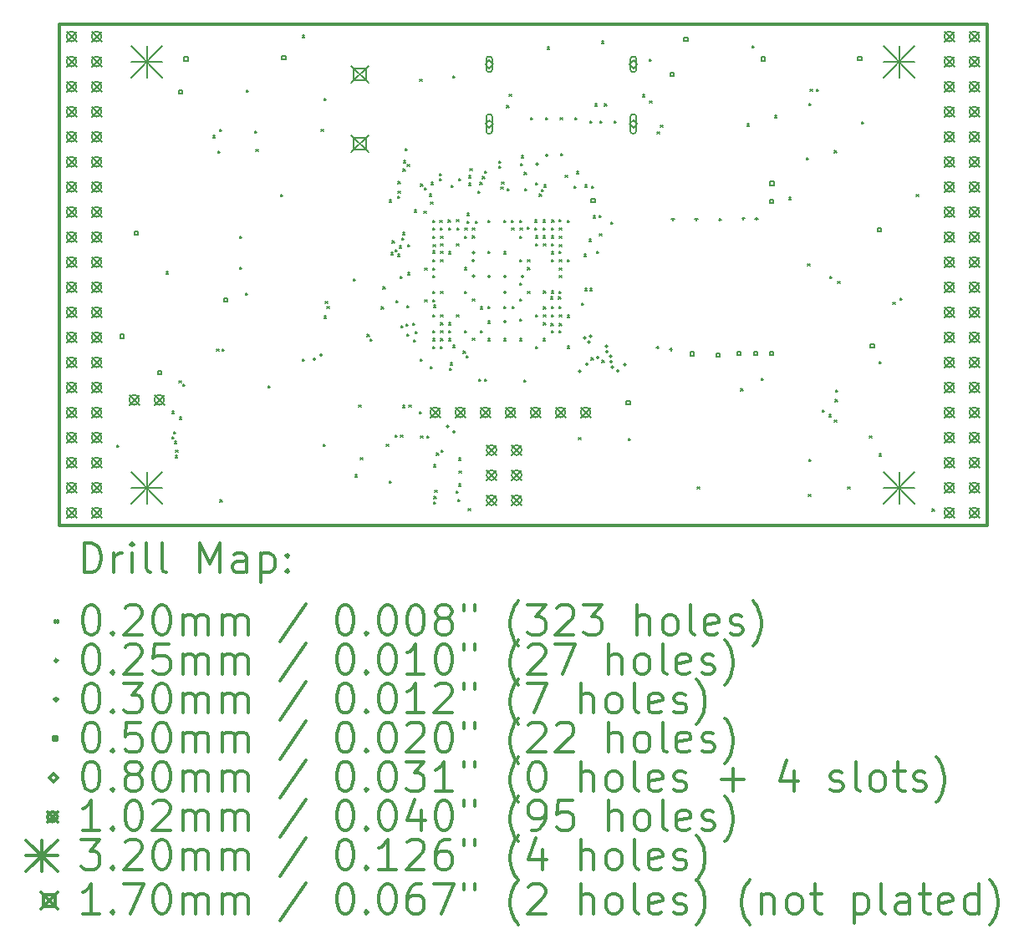
<source format=gbr>
%FSLAX45Y45*%
G04 Gerber Fmt 4.5, Leading zero omitted, Abs format (unit mm)*
G04 Created by KiCad (PCBNEW 4.0.7+dfsg1-1) date Sun Oct 22 23:38:02 2017*
%MOMM*%
%LPD*%
G01*
G04 APERTURE LIST*
%ADD10C,0.127000*%
%ADD11C,0.300000*%
%ADD12C,0.200000*%
G04 APERTURE END LIST*
D10*
D11*
X9410000Y-6142000D02*
X9410000Y-11222000D01*
X18808000Y-6142000D02*
X9410000Y-6142000D01*
X18808000Y-11222000D02*
X18808000Y-6142000D01*
X9410000Y-11222000D02*
X18808000Y-11222000D01*
D12*
X9998000Y-10410000D02*
X10018000Y-10430000D01*
X10018000Y-10410000D02*
X9998000Y-10430000D01*
X10493771Y-8653299D02*
X10513771Y-8673299D01*
X10513771Y-8653299D02*
X10493771Y-8673299D01*
X10555187Y-10325526D02*
X10575187Y-10345526D01*
X10575187Y-10325526D02*
X10555187Y-10345526D01*
X10557972Y-10068392D02*
X10577972Y-10088392D01*
X10577972Y-10068392D02*
X10557972Y-10088392D01*
X10570316Y-10275043D02*
X10590316Y-10295043D01*
X10590316Y-10275043D02*
X10570316Y-10295043D01*
X10580671Y-10371655D02*
X10600671Y-10391655D01*
X10600671Y-10371655D02*
X10580671Y-10391655D01*
X10587368Y-10514871D02*
X10607368Y-10534871D01*
X10607368Y-10514871D02*
X10587368Y-10534871D01*
X10592360Y-10459757D02*
X10612360Y-10479757D01*
X10612360Y-10459757D02*
X10592360Y-10479757D01*
X10626851Y-9756275D02*
X10646851Y-9776275D01*
X10646851Y-9756275D02*
X10626851Y-9776275D01*
X10630117Y-10127790D02*
X10650117Y-10147790D01*
X10650117Y-10127790D02*
X10630117Y-10147790D01*
X10664117Y-9793541D02*
X10684117Y-9813541D01*
X10684117Y-9793541D02*
X10664117Y-9813541D01*
X10972800Y-7273000D02*
X10992800Y-7293000D01*
X10992800Y-7273000D02*
X10972800Y-7293000D01*
X11009310Y-9438989D02*
X11029310Y-9458989D01*
X11029310Y-9438989D02*
X11009310Y-9458989D01*
X11021352Y-7428070D02*
X11041352Y-7448070D01*
X11041352Y-7428070D02*
X11021352Y-7448070D01*
X11038300Y-7211500D02*
X11058300Y-7231500D01*
X11058300Y-7211500D02*
X11038300Y-7231500D01*
X11042966Y-10966034D02*
X11062966Y-10986034D01*
X11062966Y-10966034D02*
X11042966Y-10986034D01*
X11061873Y-9435178D02*
X11081873Y-9455178D01*
X11081873Y-9435178D02*
X11061873Y-9455178D01*
X11241500Y-8291000D02*
X11261500Y-8311000D01*
X11261500Y-8291000D02*
X11241500Y-8311000D01*
X11241500Y-8608500D02*
X11261500Y-8628500D01*
X11261500Y-8608500D02*
X11241500Y-8628500D01*
X11298000Y-8870000D02*
X11318000Y-8890000D01*
X11318000Y-8870000D02*
X11298000Y-8890000D01*
X11311224Y-6814440D02*
X11331224Y-6834440D01*
X11331224Y-6814440D02*
X11311224Y-6834440D01*
X11393900Y-7224200D02*
X11413900Y-7244200D01*
X11413900Y-7224200D02*
X11393900Y-7244200D01*
X11406600Y-7414700D02*
X11426600Y-7434700D01*
X11426600Y-7414700D02*
X11406600Y-7434700D01*
X11530468Y-9806782D02*
X11550468Y-9826782D01*
X11550468Y-9806782D02*
X11530468Y-9826782D01*
X11655434Y-7867799D02*
X11675434Y-7887799D01*
X11675434Y-7867799D02*
X11655434Y-7887799D01*
X11874380Y-9539822D02*
X11894380Y-9559822D01*
X11894380Y-9539822D02*
X11874380Y-9559822D01*
X11875869Y-6255897D02*
X11895869Y-6275897D01*
X11895869Y-6255897D02*
X11875869Y-6275897D01*
X12067000Y-7211500D02*
X12087000Y-7231500D01*
X12087000Y-7211500D02*
X12067000Y-7231500D01*
X12090313Y-10403113D02*
X12110313Y-10423113D01*
X12110313Y-10403113D02*
X12090313Y-10423113D01*
X12094120Y-9102507D02*
X12114120Y-9122507D01*
X12114120Y-9102507D02*
X12094120Y-9122507D01*
X12098665Y-6897853D02*
X12118665Y-6917853D01*
X12118665Y-6897853D02*
X12098665Y-6917853D01*
X12110622Y-8956298D02*
X12130622Y-8976298D01*
X12130622Y-8956298D02*
X12110622Y-8976298D01*
X12126901Y-9006422D02*
X12146901Y-9026422D01*
X12146901Y-9006422D02*
X12126901Y-9026422D01*
X12392771Y-8724771D02*
X12412771Y-8744771D01*
X12412771Y-8724771D02*
X12392771Y-8744771D01*
X12392771Y-8724771D02*
X12412771Y-8744771D01*
X12412771Y-8724771D02*
X12392771Y-8744771D01*
X12410242Y-10710764D02*
X12430242Y-10730764D01*
X12430242Y-10710764D02*
X12410242Y-10730764D01*
X12448000Y-10005500D02*
X12468000Y-10025500D01*
X12468000Y-10005500D02*
X12448000Y-10025500D01*
X12464182Y-10539469D02*
X12484182Y-10559469D01*
X12484182Y-10539469D02*
X12464182Y-10559469D01*
X12532397Y-9289213D02*
X12552397Y-9309213D01*
X12552397Y-9289213D02*
X12532397Y-9309213D01*
X12564098Y-9335243D02*
X12584098Y-9355243D01*
X12584098Y-9335243D02*
X12564098Y-9355243D01*
X12678000Y-9010000D02*
X12698000Y-9030000D01*
X12698000Y-9010000D02*
X12678000Y-9030000D01*
X12694005Y-8806691D02*
X12714005Y-8826691D01*
X12714005Y-8806691D02*
X12694005Y-8826691D01*
X12725815Y-10402805D02*
X12745815Y-10422805D01*
X12745815Y-10402805D02*
X12725815Y-10422805D01*
X12754366Y-7925556D02*
X12774366Y-7945556D01*
X12774366Y-7925556D02*
X12754366Y-7945556D01*
X12755664Y-10771679D02*
X12775664Y-10791679D01*
X12775664Y-10771679D02*
X12755664Y-10791679D01*
X12772416Y-8457681D02*
X12792416Y-8477681D01*
X12792416Y-8457681D02*
X12772416Y-8477681D01*
X12786626Y-8341578D02*
X12806626Y-8361578D01*
X12806626Y-8341578D02*
X12786626Y-8361578D01*
X12816199Y-8428346D02*
X12836199Y-8448346D01*
X12836199Y-8428346D02*
X12816199Y-8448346D01*
X12818000Y-10310000D02*
X12838000Y-10330000D01*
X12838000Y-10310000D02*
X12818000Y-10330000D01*
X12822131Y-8943995D02*
X12842131Y-8963995D01*
X12842131Y-8943995D02*
X12822131Y-8963995D01*
X12838971Y-8476738D02*
X12858971Y-8496738D01*
X12858971Y-8476738D02*
X12838971Y-8496738D01*
X12841590Y-7889418D02*
X12861590Y-7909418D01*
X12861590Y-7889418D02*
X12841590Y-7909418D01*
X12844557Y-7737658D02*
X12864557Y-7757658D01*
X12864557Y-7737658D02*
X12844557Y-7757658D01*
X12846973Y-7836992D02*
X12866973Y-7856992D01*
X12866973Y-7836992D02*
X12846973Y-7856992D01*
X12856960Y-8392024D02*
X12876960Y-8412024D01*
X12876960Y-8392024D02*
X12856960Y-8412024D01*
X12867665Y-8701088D02*
X12887665Y-8721088D01*
X12887665Y-8701088D02*
X12867665Y-8721088D01*
X12870682Y-10308590D02*
X12890682Y-10328590D01*
X12890682Y-10308590D02*
X12870682Y-10328590D01*
X12878049Y-9198625D02*
X12898049Y-9218625D01*
X12898049Y-9198625D02*
X12878049Y-9218625D01*
X12884885Y-8308326D02*
X12904885Y-8328326D01*
X12904885Y-8308326D02*
X12884885Y-8328326D01*
X12890520Y-10007480D02*
X12910520Y-10027480D01*
X12910520Y-10007480D02*
X12890520Y-10027480D01*
X12891675Y-8256064D02*
X12911675Y-8276064D01*
X12911675Y-8256064D02*
X12891675Y-8276064D01*
X12896163Y-7612957D02*
X12916163Y-7632957D01*
X12916163Y-7612957D02*
X12896163Y-7632957D01*
X12902225Y-7526361D02*
X12922225Y-7546361D01*
X12922225Y-7526361D02*
X12902225Y-7546361D01*
X12915222Y-7404246D02*
X12935222Y-7424246D01*
X12935222Y-7404246D02*
X12915222Y-7424246D01*
X12928248Y-9182581D02*
X12948248Y-9202581D01*
X12948248Y-9182581D02*
X12928248Y-9202581D01*
X12933810Y-9282289D02*
X12953810Y-9302289D01*
X12953810Y-9282289D02*
X12933810Y-9302289D01*
X12935918Y-8993919D02*
X12955918Y-9013919D01*
X12955918Y-8993919D02*
X12935918Y-9013919D01*
X12939334Y-7563781D02*
X12959334Y-7583781D01*
X12959334Y-7563781D02*
X12939334Y-7583781D01*
X12941393Y-8376098D02*
X12961393Y-8396098D01*
X12961393Y-8376098D02*
X12941393Y-8396098D01*
X12944260Y-8660352D02*
X12964260Y-8680352D01*
X12964260Y-8660352D02*
X12944260Y-8680352D01*
X12956000Y-10005500D02*
X12976000Y-10025500D01*
X12976000Y-10005500D02*
X12956000Y-10025500D01*
X12992268Y-9173424D02*
X13012268Y-9193424D01*
X13012268Y-9173424D02*
X12992268Y-9193424D01*
X13004130Y-9343144D02*
X13024130Y-9363144D01*
X13024130Y-9343144D02*
X13004130Y-9363144D01*
X13009682Y-8027773D02*
X13029682Y-8047773D01*
X13029682Y-8027773D02*
X13009682Y-8047773D01*
X13017964Y-9257477D02*
X13037964Y-9277477D01*
X13037964Y-9257477D02*
X13017964Y-9277477D01*
X13059238Y-10069000D02*
X13079238Y-10089000D01*
X13079238Y-10069000D02*
X13059238Y-10089000D01*
X13066199Y-6701962D02*
X13086199Y-6721962D01*
X13086199Y-6701962D02*
X13066199Y-6721962D01*
X13070707Y-9535414D02*
X13090707Y-9555414D01*
X13090707Y-9535414D02*
X13070707Y-9555414D01*
X13073949Y-10316052D02*
X13093949Y-10336052D01*
X13093949Y-10316052D02*
X13073949Y-10336052D01*
X13075683Y-7764262D02*
X13095683Y-7784262D01*
X13095683Y-7764262D02*
X13075683Y-7784262D01*
X13108000Y-8040000D02*
X13128000Y-8060000D01*
X13128000Y-8040000D02*
X13108000Y-8060000D01*
X13113091Y-7801384D02*
X13133091Y-7821384D01*
X13133091Y-7801384D02*
X13113091Y-7821384D01*
X13115453Y-8615136D02*
X13135453Y-8635136D01*
X13135453Y-8615136D02*
X13115453Y-8635136D01*
X13118000Y-8935084D02*
X13138000Y-8955084D01*
X13138000Y-8935084D02*
X13118000Y-8955084D01*
X13135385Y-10316052D02*
X13155385Y-10336052D01*
X13155385Y-10316052D02*
X13135385Y-10336052D01*
X13160933Y-7864587D02*
X13180933Y-7884587D01*
X13180933Y-7864587D02*
X13160933Y-7884587D01*
X13170890Y-9612737D02*
X13190890Y-9632737D01*
X13190890Y-9612737D02*
X13170890Y-9632737D01*
X13174731Y-7948989D02*
X13194731Y-7968989D01*
X13194731Y-7948989D02*
X13174731Y-7968989D01*
X13182329Y-7748485D02*
X13202329Y-7768485D01*
X13202329Y-7748485D02*
X13182329Y-7768485D01*
X13197765Y-9087799D02*
X13217765Y-9107799D01*
X13217765Y-9087799D02*
X13197765Y-9107799D01*
X13197789Y-8617215D02*
X13217789Y-8637215D01*
X13217789Y-8617215D02*
X13197789Y-8637215D01*
X13197962Y-8532814D02*
X13217962Y-8552814D01*
X13217962Y-8532814D02*
X13197962Y-8552814D01*
X13198000Y-8440334D02*
X13218000Y-8460334D01*
X13218000Y-8440334D02*
X13198000Y-8460334D01*
X13198000Y-8130000D02*
X13218000Y-8150000D01*
X13218000Y-8130000D02*
X13198000Y-8150000D01*
X13198000Y-8207799D02*
X13218000Y-8227799D01*
X13218000Y-8207799D02*
X13198000Y-8227799D01*
X13198000Y-8690000D02*
X13218000Y-8710000D01*
X13218000Y-8690000D02*
X13198000Y-8710000D01*
X13198000Y-8850000D02*
X13218000Y-8870000D01*
X13218000Y-8850000D02*
X13198000Y-8870000D01*
X13198000Y-8935084D02*
X13218000Y-8955084D01*
X13218000Y-8935084D02*
X13198000Y-8955084D01*
X13198000Y-9250000D02*
X13218000Y-9270000D01*
X13218000Y-9250000D02*
X13198000Y-9270000D01*
X13198000Y-9330000D02*
X13218000Y-9350000D01*
X13218000Y-9330000D02*
X13198000Y-9350000D01*
X13198000Y-9410000D02*
X13218000Y-9430000D01*
X13218000Y-9410000D02*
X13198000Y-9430000D01*
X13198482Y-8292201D02*
X13218482Y-8312201D01*
X13218482Y-8292201D02*
X13198482Y-8312201D01*
X13201744Y-8376602D02*
X13221744Y-8396602D01*
X13221744Y-8376602D02*
X13201744Y-8396602D01*
X13204611Y-10984026D02*
X13224611Y-11004026D01*
X13224611Y-10984026D02*
X13204611Y-11004026D01*
X13205608Y-8993095D02*
X13225608Y-9013095D01*
X13225608Y-8993095D02*
X13205608Y-9013095D01*
X13206286Y-10608587D02*
X13226286Y-10628587D01*
X13226286Y-10608587D02*
X13206286Y-10628587D01*
X13208900Y-10931500D02*
X13228900Y-10951500D01*
X13228900Y-10931500D02*
X13208900Y-10951500D01*
X13218000Y-10870000D02*
X13238000Y-10890000D01*
X13238000Y-10870000D02*
X13218000Y-10890000D01*
X13234844Y-10489450D02*
X13254844Y-10509450D01*
X13254844Y-10489450D02*
X13234844Y-10509450D01*
X13263724Y-7657621D02*
X13283724Y-7677621D01*
X13283724Y-7657621D02*
X13263724Y-7677621D01*
X13266117Y-7710267D02*
X13286117Y-7730267D01*
X13286117Y-7710267D02*
X13266117Y-7730267D01*
X13268333Y-8129999D02*
X13288333Y-8149999D01*
X13288333Y-8129999D02*
X13268333Y-8149999D01*
X13271035Y-8207799D02*
X13291035Y-8227799D01*
X13291035Y-8207799D02*
X13271035Y-8227799D01*
X13274623Y-9409707D02*
X13294623Y-9429707D01*
X13294623Y-9409707D02*
X13274623Y-9429707D01*
X13277580Y-8532814D02*
X13297580Y-8552814D01*
X13297580Y-8532814D02*
X13277580Y-8552814D01*
X13278000Y-8292201D02*
X13298000Y-8312201D01*
X13298000Y-8292201D02*
X13278000Y-8312201D01*
X13278000Y-8850000D02*
X13298000Y-8870000D01*
X13298000Y-8850000D02*
X13278000Y-8870000D01*
X13278000Y-9090000D02*
X13298000Y-9110000D01*
X13298000Y-9090000D02*
X13278000Y-9110000D01*
X13278000Y-9170000D02*
X13298000Y-9190000D01*
X13298000Y-9170000D02*
X13278000Y-9190000D01*
X13278000Y-9250000D02*
X13298000Y-9270000D01*
X13298000Y-9250000D02*
X13278000Y-9270000D01*
X13278000Y-9330000D02*
X13298000Y-9350000D01*
X13298000Y-9330000D02*
X13278000Y-9350000D01*
X13278042Y-8446122D02*
X13298042Y-8466122D01*
X13298042Y-8446122D02*
X13278042Y-8466122D01*
X13278650Y-8367799D02*
X13298650Y-8387799D01*
X13298650Y-8367799D02*
X13278650Y-8387799D01*
X13283696Y-10459892D02*
X13303696Y-10479892D01*
X13303696Y-10459892D02*
X13283696Y-10479892D01*
X13352734Y-8129641D02*
X13372734Y-8149641D01*
X13372734Y-8129641D02*
X13352734Y-8149641D01*
X13355436Y-8207799D02*
X13375436Y-8227799D01*
X13375436Y-8207799D02*
X13355436Y-8227799D01*
X13357194Y-8449520D02*
X13377194Y-8469520D01*
X13377194Y-8449520D02*
X13357194Y-8469520D01*
X13358000Y-9170000D02*
X13378000Y-9190000D01*
X13378000Y-9170000D02*
X13358000Y-9190000D01*
X13358000Y-9250000D02*
X13378000Y-9270000D01*
X13378000Y-9250000D02*
X13358000Y-9270000D01*
X13358567Y-9330248D02*
X13378567Y-9350248D01*
X13378567Y-9330248D02*
X13358567Y-9350248D01*
X13366285Y-9629515D02*
X13386285Y-9649515D01*
X13386285Y-9629515D02*
X13366285Y-9649515D01*
X13375239Y-9577580D02*
X13395239Y-9597580D01*
X13395239Y-9577580D02*
X13375239Y-9597580D01*
X13382219Y-7775484D02*
X13402219Y-7795484D01*
X13402219Y-7775484D02*
X13382219Y-7795484D01*
X13397916Y-6668615D02*
X13417916Y-6688615D01*
X13417916Y-6668615D02*
X13397916Y-6688615D01*
X13401302Y-9399908D02*
X13421302Y-9419908D01*
X13421302Y-9399908D02*
X13401302Y-9419908D01*
X13436400Y-10874197D02*
X13456400Y-10894197D01*
X13456400Y-10874197D02*
X13436400Y-10894197D01*
X13437135Y-8124791D02*
X13457135Y-8144791D01*
X13457135Y-8124791D02*
X13437135Y-8144791D01*
X13438000Y-8370000D02*
X13458000Y-8390000D01*
X13458000Y-8370000D02*
X13438000Y-8390000D01*
X13438000Y-9090000D02*
X13458000Y-9110000D01*
X13458000Y-9090000D02*
X13438000Y-9110000D01*
X13440141Y-8207758D02*
X13460141Y-8227758D01*
X13460141Y-8207758D02*
X13440141Y-8227758D01*
X13453687Y-10961995D02*
X13473687Y-10981995D01*
X13473687Y-10961995D02*
X13453687Y-10981995D01*
X13457587Y-10803159D02*
X13477587Y-10823159D01*
X13477587Y-10803159D02*
X13457587Y-10823159D01*
X13460201Y-7710000D02*
X13480201Y-7730000D01*
X13480201Y-7710000D02*
X13460201Y-7730000D01*
X13460735Y-10540845D02*
X13480735Y-10560845D01*
X13480735Y-10540845D02*
X13460735Y-10560845D01*
X13465065Y-10671051D02*
X13485065Y-10691051D01*
X13485065Y-10671051D02*
X13465065Y-10691051D01*
X13507267Y-9458948D02*
X13527267Y-9478948D01*
X13527267Y-9458948D02*
X13507267Y-9478948D01*
X13517331Y-8851860D02*
X13537331Y-8871860D01*
X13537331Y-8851860D02*
X13517331Y-8871860D01*
X13518000Y-8292201D02*
X13538000Y-8312201D01*
X13538000Y-8292201D02*
X13518000Y-8312201D01*
X13518000Y-8610000D02*
X13538000Y-8630000D01*
X13538000Y-8610000D02*
X13518000Y-8630000D01*
X13518000Y-9250000D02*
X13538000Y-9270000D01*
X13538000Y-9250000D02*
X13518000Y-9270000D01*
X13524542Y-8207681D02*
X13544542Y-8227681D01*
X13544542Y-8207681D02*
X13524542Y-8227681D01*
X13535699Y-9501881D02*
X13555699Y-9521881D01*
X13555699Y-9501881D02*
X13535699Y-9521881D01*
X13546744Y-8060230D02*
X13566744Y-8080230D01*
X13566744Y-8060230D02*
X13546744Y-8080230D01*
X13546744Y-8138922D02*
X13566744Y-8158922D01*
X13566744Y-8138922D02*
X13546744Y-8158922D01*
X13555656Y-11051071D02*
X13575656Y-11071071D01*
X13575656Y-11051071D02*
X13555656Y-11071071D01*
X13559498Y-7754855D02*
X13579498Y-7774855D01*
X13579498Y-7754855D02*
X13559498Y-7774855D01*
X13562542Y-7680938D02*
X13582542Y-7700938D01*
X13582542Y-7680938D02*
X13562542Y-7700938D01*
X13573070Y-7610061D02*
X13593070Y-7630061D01*
X13593070Y-7610061D02*
X13573070Y-7630061D01*
X13598000Y-8210000D02*
X13618000Y-8230000D01*
X13618000Y-8210000D02*
X13598000Y-8230000D01*
X13598000Y-8290000D02*
X13618000Y-8310000D01*
X13618000Y-8290000D02*
X13598000Y-8310000D01*
X13598517Y-8929483D02*
X13618517Y-8949483D01*
X13618517Y-8929483D02*
X13598517Y-8949483D01*
X13599596Y-9326965D02*
X13619596Y-9346965D01*
X13619596Y-9326965D02*
X13599596Y-9346965D01*
X13631144Y-8139731D02*
X13651144Y-8159731D01*
X13651144Y-8139731D02*
X13631144Y-8159731D01*
X13653412Y-7835167D02*
X13673412Y-7855167D01*
X13673412Y-7835167D02*
X13653412Y-7855167D01*
X13664090Y-9741450D02*
X13684090Y-9761450D01*
X13684090Y-9741450D02*
X13664090Y-9761450D01*
X13675600Y-7746298D02*
X13695600Y-7766298D01*
X13695600Y-7746298D02*
X13675600Y-7766298D01*
X13678000Y-9250000D02*
X13698000Y-9270000D01*
X13698000Y-9250000D02*
X13678000Y-9270000D01*
X13678517Y-9009483D02*
X13698517Y-9029483D01*
X13698517Y-9009483D02*
X13678517Y-9029483D01*
X13700695Y-7687992D02*
X13720695Y-7707992D01*
X13720695Y-7687992D02*
X13700695Y-7707992D01*
X13719559Y-9743802D02*
X13739559Y-9763802D01*
X13739559Y-9743802D02*
X13719559Y-9763802D01*
X13720873Y-7631502D02*
X13740873Y-7651502D01*
X13740873Y-7631502D02*
X13720873Y-7651502D01*
X13755905Y-9153803D02*
X13775905Y-9173803D01*
X13775905Y-9153803D02*
X13755905Y-9173803D01*
X13758000Y-8130000D02*
X13778000Y-8150000D01*
X13778000Y-8130000D02*
X13758000Y-8150000D01*
X13758000Y-9007299D02*
X13778000Y-9027299D01*
X13778000Y-9007299D02*
X13758000Y-9027299D01*
X13758000Y-9330000D02*
X13778000Y-9350000D01*
X13778000Y-9330000D02*
X13758000Y-9350000D01*
X13758056Y-8443409D02*
X13778056Y-8463409D01*
X13778056Y-8443409D02*
X13758056Y-8463409D01*
X13867568Y-7584299D02*
X13887568Y-7604299D01*
X13887568Y-7584299D02*
X13867568Y-7604299D01*
X13867920Y-7530076D02*
X13887920Y-7550076D01*
X13887920Y-7530076D02*
X13867920Y-7550076D01*
X13886806Y-7794095D02*
X13906806Y-7814095D01*
X13906806Y-7794095D02*
X13886806Y-7814095D01*
X13894936Y-7742024D02*
X13914936Y-7762024D01*
X13914936Y-7742024D02*
X13894936Y-7762024D01*
X13917252Y-8451135D02*
X13937252Y-8471135D01*
X13937252Y-8451135D02*
X13917252Y-8471135D01*
X13918000Y-8130000D02*
X13938000Y-8150000D01*
X13938000Y-8130000D02*
X13918000Y-8150000D01*
X13918000Y-9002299D02*
X13938000Y-9022299D01*
X13938000Y-9002299D02*
X13918000Y-9022299D01*
X13918000Y-9330000D02*
X13938000Y-9350000D01*
X13938000Y-9330000D02*
X13918000Y-9350000D01*
X13947561Y-6969286D02*
X13967561Y-6989286D01*
X13967561Y-6969286D02*
X13947561Y-6989286D01*
X13948512Y-7810586D02*
X13968512Y-7830586D01*
X13968512Y-7810586D02*
X13948512Y-7830586D01*
X13972000Y-6856567D02*
X13992000Y-6876567D01*
X13992000Y-6856567D02*
X13972000Y-6876567D01*
X13993599Y-8130000D02*
X14013599Y-8150000D01*
X14013599Y-8130000D02*
X13993599Y-8150000D01*
X13998000Y-8210000D02*
X14018000Y-8230000D01*
X14018000Y-8210000D02*
X13998000Y-8230000D01*
X13999489Y-9002299D02*
X14019489Y-9022299D01*
X14019489Y-9002299D02*
X13999489Y-9022299D01*
X14076403Y-8294140D02*
X14096403Y-8314140D01*
X14096403Y-8294140D02*
X14076403Y-8314140D01*
X14077419Y-9133335D02*
X14097419Y-9153335D01*
X14097419Y-9133335D02*
X14077419Y-9153335D01*
X14078000Y-8130000D02*
X14098000Y-8150000D01*
X14098000Y-8130000D02*
X14078000Y-8150000D01*
X14078000Y-8530000D02*
X14098000Y-8550000D01*
X14098000Y-8530000D02*
X14078000Y-8550000D01*
X14078000Y-8770000D02*
X14098000Y-8790000D01*
X14098000Y-8770000D02*
X14078000Y-8790000D01*
X14078000Y-8930000D02*
X14098000Y-8950000D01*
X14098000Y-8930000D02*
X14078000Y-8950000D01*
X14078000Y-9330000D02*
X14098000Y-9350000D01*
X14098000Y-9330000D02*
X14078000Y-9350000D01*
X14082401Y-8207928D02*
X14102401Y-8227928D01*
X14102401Y-8207928D02*
X14082401Y-8227928D01*
X14088006Y-7558194D02*
X14108006Y-7578194D01*
X14108006Y-7558194D02*
X14088006Y-7578194D01*
X14094664Y-7477380D02*
X14114664Y-7497380D01*
X14114664Y-7477380D02*
X14094664Y-7497380D01*
X14118000Y-9750000D02*
X14138000Y-9770000D01*
X14138000Y-9750000D02*
X14118000Y-9770000D01*
X14124297Y-7645500D02*
X14144297Y-7665500D01*
X14144297Y-7645500D02*
X14124297Y-7665500D01*
X14128016Y-7812697D02*
X14148016Y-7832697D01*
X14148016Y-7812697D02*
X14128016Y-7832697D01*
X14155799Y-8203034D02*
X14175799Y-8223034D01*
X14175799Y-8203034D02*
X14155799Y-8223034D01*
X14158000Y-8530000D02*
X14178000Y-8550000D01*
X14178000Y-8530000D02*
X14158000Y-8550000D01*
X14158000Y-8610000D02*
X14178000Y-8630000D01*
X14178000Y-8610000D02*
X14158000Y-8630000D01*
X14158000Y-8850000D02*
X14178000Y-8870000D01*
X14178000Y-8850000D02*
X14158000Y-8870000D01*
X14190056Y-7090851D02*
X14210056Y-7110851D01*
X14210056Y-7090851D02*
X14190056Y-7110851D01*
X14229642Y-8209139D02*
X14249642Y-8229139D01*
X14249642Y-8209139D02*
X14229642Y-8229139D01*
X14231398Y-8128224D02*
X14251398Y-8148224D01*
X14251398Y-8128224D02*
X14231398Y-8148224D01*
X14237355Y-8289891D02*
X14257355Y-8309891D01*
X14257355Y-8289891D02*
X14237355Y-8309891D01*
X14238000Y-7750000D02*
X14258000Y-7770000D01*
X14258000Y-7750000D02*
X14238000Y-7770000D01*
X14238000Y-8370000D02*
X14258000Y-8390000D01*
X14258000Y-8370000D02*
X14238000Y-8390000D01*
X14238000Y-9090000D02*
X14258000Y-9110000D01*
X14258000Y-9090000D02*
X14238000Y-9110000D01*
X14238000Y-9410000D02*
X14258000Y-9430000D01*
X14258000Y-9410000D02*
X14238000Y-9430000D01*
X14275272Y-7865993D02*
X14295272Y-7885993D01*
X14295272Y-7865993D02*
X14275272Y-7885993D01*
X14300511Y-7819522D02*
X14320511Y-7839522D01*
X14320511Y-7819522D02*
X14300511Y-7839522D01*
X14315799Y-8127963D02*
X14335799Y-8147963D01*
X14335799Y-8127963D02*
X14315799Y-8147963D01*
X14315799Y-8210715D02*
X14335799Y-8230715D01*
X14335799Y-8210715D02*
X14315799Y-8230715D01*
X14315799Y-8290000D02*
X14335799Y-8310000D01*
X14335799Y-8290000D02*
X14315799Y-8310000D01*
X14316969Y-9331491D02*
X14336969Y-9351491D01*
X14336969Y-9331491D02*
X14316969Y-9351491D01*
X14317803Y-8849503D02*
X14337803Y-8869503D01*
X14337803Y-8849503D02*
X14317803Y-8869503D01*
X14318000Y-8370000D02*
X14338000Y-8390000D01*
X14338000Y-8370000D02*
X14318000Y-8390000D01*
X14318000Y-9090000D02*
X14338000Y-9110000D01*
X14338000Y-9090000D02*
X14318000Y-9110000D01*
X14318000Y-9170000D02*
X14338000Y-9190000D01*
X14338000Y-9170000D02*
X14318000Y-9190000D01*
X14318182Y-9010195D02*
X14338182Y-9030195D01*
X14338182Y-9010195D02*
X14318182Y-9030195D01*
X14323180Y-7771946D02*
X14343180Y-7791946D01*
X14343180Y-7771946D02*
X14323180Y-7791946D01*
X14338035Y-7091653D02*
X14358035Y-7111653D01*
X14358035Y-7091653D02*
X14338035Y-7111653D01*
X14355067Y-6376252D02*
X14375067Y-6396252D01*
X14375067Y-6376252D02*
X14355067Y-6396252D01*
X14388995Y-8907799D02*
X14408995Y-8927799D01*
X14408995Y-8907799D02*
X14388995Y-8927799D01*
X14396483Y-9177765D02*
X14416483Y-9197765D01*
X14416483Y-9177765D02*
X14396483Y-9197765D01*
X14398000Y-9090000D02*
X14418000Y-9110000D01*
X14418000Y-9090000D02*
X14398000Y-9110000D01*
X14398242Y-9003286D02*
X14418242Y-9023286D01*
X14418242Y-9003286D02*
X14398242Y-9023286D01*
X14398283Y-8848451D02*
X14418283Y-8868451D01*
X14418283Y-8848451D02*
X14398283Y-8868451D01*
X14400201Y-8208560D02*
X14420201Y-8228560D01*
X14420201Y-8208560D02*
X14400201Y-8228560D01*
X14400201Y-8290000D02*
X14420201Y-8310000D01*
X14420201Y-8290000D02*
X14400201Y-8310000D01*
X14400201Y-8370000D02*
X14420201Y-8390000D01*
X14420201Y-8370000D02*
X14400201Y-8390000D01*
X14400201Y-8450000D02*
X14420201Y-8470000D01*
X14420201Y-8450000D02*
X14400201Y-8470000D01*
X14400201Y-8529722D02*
X14420201Y-8549722D01*
X14420201Y-8529722D02*
X14400201Y-8549722D01*
X14401325Y-9248876D02*
X14421325Y-9268876D01*
X14421325Y-9248876D02*
X14401325Y-9268876D01*
X14404602Y-8127478D02*
X14424602Y-8147478D01*
X14424602Y-8127478D02*
X14404602Y-8147478D01*
X14471061Y-8907799D02*
X14491061Y-8927799D01*
X14491061Y-8907799D02*
X14471061Y-8927799D01*
X14476639Y-8123398D02*
X14496639Y-8143398D01*
X14496639Y-8123398D02*
X14476639Y-8143398D01*
X14476724Y-9006446D02*
X14496724Y-9026446D01*
X14496724Y-9006446D02*
X14476724Y-9026446D01*
X14477765Y-8852201D02*
X14497765Y-8872201D01*
X14497765Y-8852201D02*
X14477765Y-8872201D01*
X14477769Y-8443293D02*
X14497769Y-8463293D01*
X14497769Y-8443293D02*
X14477769Y-8463293D01*
X14478235Y-9247799D02*
X14498235Y-9267799D01*
X14498235Y-9247799D02*
X14478235Y-9267799D01*
X14478509Y-8207799D02*
X14498509Y-8227799D01*
X14498509Y-8207799D02*
X14478509Y-8227799D01*
X14478654Y-8528519D02*
X14498654Y-8548519D01*
X14498654Y-8528519D02*
X14478654Y-8548519D01*
X14478856Y-8689382D02*
X14498856Y-8709382D01*
X14498856Y-8689382D02*
X14478856Y-8709382D01*
X14479038Y-8376602D02*
X14499038Y-8396602D01*
X14499038Y-8376602D02*
X14479038Y-8396602D01*
X14479163Y-9090847D02*
X14499163Y-9110847D01*
X14499163Y-9090847D02*
X14479163Y-9110847D01*
X14479410Y-8292201D02*
X14499410Y-8312201D01*
X14499410Y-8292201D02*
X14479410Y-8312201D01*
X14479577Y-9177444D02*
X14499577Y-9197444D01*
X14499577Y-9177444D02*
X14479577Y-9197444D01*
X14480128Y-8616874D02*
X14500128Y-8636874D01*
X14500128Y-8616874D02*
X14480128Y-8636874D01*
X14487842Y-7092405D02*
X14507842Y-7112405D01*
X14507842Y-7092405D02*
X14487842Y-7112405D01*
X14491706Y-7455585D02*
X14511706Y-7475585D01*
X14511706Y-7455585D02*
X14491706Y-7475585D01*
X14539401Y-7673483D02*
X14559401Y-7693483D01*
X14559401Y-7673483D02*
X14539401Y-7693483D01*
X14558000Y-8130000D02*
X14578000Y-8150000D01*
X14578000Y-8130000D02*
X14558000Y-8150000D01*
X14558000Y-8532201D02*
X14578000Y-8552201D01*
X14578000Y-8532201D02*
X14558000Y-8552201D01*
X14558000Y-9407799D02*
X14578000Y-9427799D01*
X14578000Y-9407799D02*
X14558000Y-9427799D01*
X14561303Y-9092201D02*
X14581303Y-9112201D01*
X14581303Y-9092201D02*
X14561303Y-9112201D01*
X14628717Y-7783934D02*
X14648717Y-7803934D01*
X14648717Y-7783934D02*
X14628717Y-7803934D01*
X14636897Y-7089394D02*
X14656897Y-7109394D01*
X14656897Y-7089394D02*
X14636897Y-7109394D01*
X14652765Y-7636130D02*
X14672765Y-7656130D01*
X14672765Y-7636130D02*
X14652765Y-7656130D01*
X14674429Y-10335274D02*
X14694429Y-10355274D01*
X14694429Y-10335274D02*
X14674429Y-10355274D01*
X14702593Y-8970288D02*
X14722593Y-8990288D01*
X14722593Y-8970288D02*
X14702593Y-8990288D01*
X14732247Y-8475859D02*
X14752247Y-8495859D01*
X14752247Y-8475859D02*
X14732247Y-8495859D01*
X14737067Y-8822484D02*
X14757067Y-8842484D01*
X14757067Y-8822484D02*
X14737067Y-8842484D01*
X14738000Y-7772201D02*
X14758000Y-7792201D01*
X14758000Y-7772201D02*
X14738000Y-7792201D01*
X14779417Y-8323581D02*
X14799417Y-8343581D01*
X14799417Y-8323581D02*
X14779417Y-8343581D01*
X14788736Y-7127779D02*
X14808736Y-7147779D01*
X14808736Y-7127779D02*
X14788736Y-7147779D01*
X14789768Y-8822484D02*
X14809768Y-8842484D01*
X14809768Y-8822484D02*
X14789768Y-8842484D01*
X14800281Y-9523902D02*
X14820281Y-9543902D01*
X14820281Y-9523902D02*
X14800281Y-9543902D01*
X14806076Y-7788079D02*
X14826076Y-7808079D01*
X14826076Y-7788079D02*
X14806076Y-7808079D01*
X14823777Y-8087578D02*
X14843777Y-8107578D01*
X14843777Y-8087578D02*
X14823777Y-8107578D01*
X14837783Y-6951968D02*
X14857783Y-6971968D01*
X14857783Y-6951968D02*
X14837783Y-6971968D01*
X14856880Y-8445039D02*
X14876880Y-8465039D01*
X14876880Y-8445039D02*
X14856880Y-8465039D01*
X14883585Y-8079901D02*
X14903585Y-8099901D01*
X14903585Y-8079901D02*
X14883585Y-8099901D01*
X14887565Y-8265534D02*
X14907565Y-8285534D01*
X14907565Y-8265534D02*
X14887565Y-8285534D01*
X14889119Y-7127779D02*
X14909119Y-7147779D01*
X14909119Y-7127779D02*
X14889119Y-7147779D01*
X14908375Y-6315711D02*
X14928375Y-6335711D01*
X14928375Y-6315711D02*
X14908375Y-6335711D01*
X14910771Y-9550529D02*
X14930771Y-9570529D01*
X14930771Y-9550529D02*
X14910771Y-9570529D01*
X14937595Y-6951968D02*
X14957595Y-6971968D01*
X14957595Y-6951968D02*
X14937595Y-6971968D01*
X14998000Y-8150000D02*
X15018000Y-8170000D01*
X15018000Y-8150000D02*
X14998000Y-8170000D01*
X15035722Y-7127779D02*
X15055722Y-7147779D01*
X15055722Y-7127779D02*
X15035722Y-7147779D01*
X15179638Y-10341072D02*
X15199638Y-10361072D01*
X15199638Y-10341072D02*
X15179638Y-10361072D01*
X15322234Y-6857342D02*
X15342234Y-6877342D01*
X15342234Y-6857342D02*
X15322234Y-6877342D01*
X15388420Y-6497712D02*
X15408420Y-6517712D01*
X15408420Y-6497712D02*
X15388420Y-6517712D01*
X15394400Y-6919400D02*
X15414400Y-6939400D01*
X15414400Y-6919400D02*
X15394400Y-6939400D01*
X15469400Y-7232600D02*
X15489400Y-7252600D01*
X15489400Y-7232600D02*
X15469400Y-7252600D01*
X15504936Y-7166453D02*
X15524936Y-7186453D01*
X15524936Y-7166453D02*
X15504936Y-7186453D01*
X15877000Y-10831000D02*
X15897000Y-10851000D01*
X15897000Y-10831000D02*
X15877000Y-10851000D01*
X16317742Y-9840172D02*
X16337742Y-9860172D01*
X16337742Y-9840172D02*
X16317742Y-9860172D01*
X16380885Y-7155186D02*
X16400885Y-7175186D01*
X16400885Y-7155186D02*
X16380885Y-7175186D01*
X16433388Y-6363745D02*
X16453388Y-6383745D01*
X16453388Y-6363745D02*
X16433388Y-6383745D01*
X16524921Y-9732292D02*
X16544921Y-9752292D01*
X16544921Y-9732292D02*
X16524921Y-9752292D01*
X16657891Y-7070355D02*
X16677891Y-7090355D01*
X16677891Y-7070355D02*
X16657891Y-7090355D01*
X16806644Y-7900804D02*
X16826644Y-7920804D01*
X16826644Y-7900804D02*
X16806644Y-7920804D01*
X16979535Y-7499299D02*
X16999535Y-7519299D01*
X16999535Y-7499299D02*
X16979535Y-7519299D01*
X16994600Y-8570400D02*
X17014600Y-8590400D01*
X17014600Y-8570400D02*
X16994600Y-8590400D01*
X17002604Y-10911247D02*
X17022604Y-10931247D01*
X17022604Y-10911247D02*
X17002604Y-10931247D01*
X17005773Y-10556635D02*
X17025773Y-10576635D01*
X17025773Y-10556635D02*
X17005773Y-10576635D01*
X17008296Y-6947101D02*
X17028296Y-6967101D01*
X17028296Y-6947101D02*
X17008296Y-6967101D01*
X17020000Y-6805100D02*
X17040000Y-6825100D01*
X17040000Y-6805100D02*
X17020000Y-6825100D01*
X17085000Y-6802556D02*
X17105000Y-6822556D01*
X17105000Y-6802556D02*
X17085000Y-6822556D01*
X17144030Y-10054574D02*
X17164030Y-10074574D01*
X17164030Y-10054574D02*
X17144030Y-10074574D01*
X17209336Y-10100566D02*
X17229336Y-10120566D01*
X17229336Y-10100566D02*
X17209336Y-10120566D01*
X17218956Y-8702405D02*
X17238956Y-8722405D01*
X17238956Y-8702405D02*
X17218956Y-8722405D01*
X17264664Y-7424799D02*
X17284664Y-7444799D01*
X17284664Y-7424799D02*
X17264664Y-7444799D01*
X17266127Y-10155168D02*
X17286127Y-10175168D01*
X17286127Y-10155168D02*
X17266127Y-10175168D01*
X17273463Y-9949992D02*
X17293463Y-9969992D01*
X17293463Y-9949992D02*
X17273463Y-9969992D01*
X17277992Y-9851865D02*
X17297992Y-9871865D01*
X17297992Y-9851865D02*
X17277992Y-9871865D01*
X17299400Y-8748200D02*
X17319400Y-8768200D01*
X17319400Y-8748200D02*
X17299400Y-8768200D01*
X17401000Y-10831000D02*
X17421000Y-10851000D01*
X17421000Y-10831000D02*
X17401000Y-10851000D01*
X17539563Y-7135743D02*
X17559563Y-7155743D01*
X17559563Y-7135743D02*
X17539563Y-7155743D01*
X17620559Y-10317981D02*
X17640559Y-10337981D01*
X17640559Y-10317981D02*
X17620559Y-10337981D01*
X17717400Y-10497912D02*
X17737400Y-10517912D01*
X17737400Y-10497912D02*
X17717400Y-10517912D01*
X17718500Y-9561000D02*
X17738500Y-9581000D01*
X17738500Y-9561000D02*
X17718500Y-9581000D01*
X17856591Y-8961390D02*
X17876591Y-8981390D01*
X17876591Y-8961390D02*
X17856591Y-8981390D01*
X17927598Y-8921781D02*
X17947598Y-8941781D01*
X17947598Y-8921781D02*
X17927598Y-8941781D01*
X18096500Y-7868500D02*
X18116500Y-7888500D01*
X18116500Y-7868500D02*
X18096500Y-7888500D01*
X18255436Y-11056584D02*
X18275436Y-11076584D01*
X18275436Y-11056584D02*
X18255436Y-11076584D01*
X12010516Y-9541295D02*
G75*
G03X12010516Y-9541295I-12700J0D01*
G01*
X12076103Y-9497760D02*
G75*
G03X12076103Y-9497760I-12700J0D01*
G01*
X13357629Y-10223262D02*
G75*
G03X13357629Y-10223262I-12700J0D01*
G01*
X13420141Y-10275223D02*
G75*
G03X13420141Y-10275223I-12700J0D01*
G01*
X13620700Y-8460000D02*
G75*
G03X13620700Y-8460000I-12700J0D01*
G01*
X13620700Y-8540000D02*
G75*
G03X13620700Y-8540000I-12700J0D01*
G01*
X13623799Y-8699540D02*
G75*
G03X13623799Y-8699540I-12700J0D01*
G01*
X13780700Y-8700000D02*
G75*
G03X13780700Y-8700000I-12700J0D01*
G01*
X13939164Y-9161521D02*
G75*
G03X13939164Y-9161521I-12700J0D01*
G01*
X13940700Y-8700000D02*
G75*
G03X13940700Y-8700000I-12700J0D01*
G01*
X13940700Y-8860000D02*
G75*
G03X13940700Y-8860000I-12700J0D01*
G01*
X14116986Y-8699500D02*
G75*
G03X14116986Y-8699500I-12700J0D01*
G01*
X14265799Y-7566284D02*
G75*
G03X14265799Y-7566284I-12700J0D01*
G01*
X14365259Y-7474977D02*
G75*
G03X14365259Y-7474977I-12700J0D01*
G01*
X14698950Y-9661750D02*
G75*
G03X14698950Y-9661750I-12700J0D01*
G01*
X14748323Y-9321914D02*
G75*
G03X14748323Y-9321914I-12700J0D01*
G01*
X14766147Y-9591326D02*
G75*
G03X14766147Y-9591326I-12700J0D01*
G01*
X14790471Y-9369101D02*
G75*
G03X14790471Y-9369101I-12700J0D01*
G01*
X14804230Y-9306098D02*
G75*
G03X14804230Y-9306098I-12700J0D01*
G01*
X14878093Y-9524901D02*
G75*
G03X14878093Y-9524901I-12700J0D01*
G01*
X14969298Y-9405479D02*
G75*
G03X14969298Y-9405479I-12700J0D01*
G01*
X14971152Y-9463550D02*
G75*
G03X14971152Y-9463550I-12700J0D01*
G01*
X15007952Y-9508512D02*
G75*
G03X15007952Y-9508512I-12700J0D01*
G01*
X15016044Y-9566047D02*
G75*
G03X15016044Y-9566047I-12700J0D01*
G01*
X15027622Y-9622983D02*
G75*
G03X15027622Y-9622983I-12700J0D01*
G01*
X15084750Y-9657580D02*
G75*
G03X15084750Y-9657580I-12700J0D01*
G01*
X15157504Y-9595169D02*
G75*
G03X15157504Y-9595169I-12700J0D01*
G01*
X15472629Y-9402136D02*
X15472629Y-9432136D01*
X15457629Y-9417136D02*
X15487629Y-9417136D01*
X15607711Y-9423078D02*
X15607711Y-9453078D01*
X15592711Y-9438078D02*
X15622711Y-9438078D01*
X15628000Y-8106084D02*
X15628000Y-8136084D01*
X15613000Y-8121084D02*
X15643000Y-8121084D01*
X15868000Y-8106084D02*
X15868000Y-8136084D01*
X15853000Y-8121084D02*
X15883000Y-8121084D01*
X16106799Y-8106612D02*
X16106799Y-8136612D01*
X16091799Y-8121612D02*
X16121799Y-8121612D01*
X16342203Y-8097066D02*
X16342203Y-8127066D01*
X16327203Y-8112066D02*
X16357203Y-8112066D01*
X16474183Y-8098057D02*
X16474183Y-8128057D01*
X16459183Y-8113057D02*
X16489183Y-8113057D01*
X10065668Y-9324068D02*
X10065668Y-9288713D01*
X10030313Y-9288713D01*
X10030313Y-9324068D01*
X10065668Y-9324068D01*
X10210884Y-8276183D02*
X10210884Y-8240827D01*
X10175529Y-8240827D01*
X10175529Y-8276183D01*
X10210884Y-8276183D01*
X10448586Y-9690837D02*
X10448586Y-9655482D01*
X10413231Y-9655482D01*
X10413231Y-9690837D01*
X10448586Y-9690837D01*
X10659458Y-6848926D02*
X10659458Y-6813570D01*
X10624103Y-6813570D01*
X10624103Y-6848926D01*
X10659458Y-6848926D01*
X10715159Y-6513075D02*
X10715159Y-6477720D01*
X10679803Y-6477720D01*
X10679803Y-6513075D01*
X10715159Y-6513075D01*
X11116778Y-8953678D02*
X11116778Y-8918322D01*
X11081422Y-8918322D01*
X11081422Y-8953678D01*
X11116778Y-8953678D01*
X11705728Y-6497972D02*
X11705728Y-6462616D01*
X11670372Y-6462616D01*
X11670372Y-6497972D01*
X11705728Y-6497972D01*
X14837878Y-7950378D02*
X14837878Y-7915022D01*
X14802522Y-7915022D01*
X14802522Y-7950378D01*
X14837878Y-7950378D01*
X15193478Y-9995078D02*
X15193478Y-9959722D01*
X15158122Y-9959722D01*
X15158122Y-9995078D01*
X15193478Y-9995078D01*
X15641236Y-6672514D02*
X15641236Y-6637158D01*
X15605880Y-6637158D01*
X15605880Y-6672514D01*
X15641236Y-6672514D01*
X15777678Y-6312078D02*
X15777678Y-6276722D01*
X15742322Y-6276722D01*
X15742322Y-6312078D01*
X15777678Y-6312078D01*
X15841046Y-9502939D02*
X15841046Y-9467584D01*
X15805691Y-9467584D01*
X15805691Y-9502939D01*
X15841046Y-9502939D01*
X16105267Y-9516553D02*
X16105267Y-9481197D01*
X16069912Y-9481197D01*
X16069912Y-9516553D01*
X16105267Y-9516553D01*
X16316953Y-9499696D02*
X16316953Y-9464341D01*
X16281597Y-9464341D01*
X16281597Y-9499696D01*
X16316953Y-9499696D01*
X16483055Y-9500233D02*
X16483055Y-9464877D01*
X16447699Y-9464877D01*
X16447699Y-9500233D01*
X16483055Y-9500233D01*
X16559402Y-6513144D02*
X16559402Y-6477789D01*
X16524047Y-6477789D01*
X16524047Y-6513144D01*
X16559402Y-6513144D01*
X16642573Y-7958481D02*
X16642573Y-7923125D01*
X16607218Y-7923125D01*
X16607218Y-7958481D01*
X16642573Y-7958481D01*
X16645678Y-9497678D02*
X16645678Y-9462322D01*
X16610322Y-9462322D01*
X16610322Y-9497678D01*
X16645678Y-9497678D01*
X16649839Y-7774906D02*
X16649839Y-7739550D01*
X16614484Y-7739550D01*
X16614484Y-7774906D01*
X16649839Y-7774906D01*
X17538711Y-6512572D02*
X17538711Y-6477216D01*
X17503355Y-6477216D01*
X17503355Y-6512572D01*
X17538711Y-6512572D01*
X17665108Y-9424587D02*
X17665108Y-9389232D01*
X17629753Y-9389232D01*
X17629753Y-9424587D01*
X17665108Y-9424587D01*
X17740669Y-8245813D02*
X17740669Y-8210457D01*
X17705313Y-8210457D01*
X17705313Y-8245813D01*
X17740669Y-8245813D01*
X13768000Y-6590000D02*
X13808000Y-6550000D01*
X13768000Y-6510000D01*
X13728000Y-6550000D01*
X13768000Y-6590000D01*
X13738000Y-6500000D02*
X13738000Y-6600000D01*
X13798000Y-6500000D02*
X13798000Y-6600000D01*
X13738000Y-6600000D02*
G75*
G03X13798000Y-6600000I30000J0D01*
G01*
X13798000Y-6500000D02*
G75*
G03X13738000Y-6500000I-30000J0D01*
G01*
X13768000Y-7195000D02*
X13808000Y-7155000D01*
X13768000Y-7115000D01*
X13728000Y-7155000D01*
X13768000Y-7195000D01*
X13738000Y-7085000D02*
X13738000Y-7225000D01*
X13798000Y-7085000D02*
X13798000Y-7225000D01*
X13738000Y-7225000D02*
G75*
G03X13798000Y-7225000I30000J0D01*
G01*
X13798000Y-7085000D02*
G75*
G03X13738000Y-7085000I-30000J0D01*
G01*
X15228000Y-6590000D02*
X15268000Y-6550000D01*
X15228000Y-6510000D01*
X15188000Y-6550000D01*
X15228000Y-6590000D01*
X15198000Y-6500000D02*
X15198000Y-6600000D01*
X15258000Y-6500000D02*
X15258000Y-6600000D01*
X15198000Y-6600000D02*
G75*
G03X15258000Y-6600000I30000J0D01*
G01*
X15258000Y-6500000D02*
G75*
G03X15198000Y-6500000I-30000J0D01*
G01*
X15228000Y-7195000D02*
X15268000Y-7155000D01*
X15228000Y-7115000D01*
X15188000Y-7155000D01*
X15228000Y-7195000D01*
X15198000Y-7085000D02*
X15198000Y-7225000D01*
X15258000Y-7085000D02*
X15258000Y-7225000D01*
X15198000Y-7225000D02*
G75*
G03X15258000Y-7225000I30000J0D01*
G01*
X15258000Y-7085000D02*
G75*
G03X15198000Y-7085000I-30000J0D01*
G01*
X9486200Y-6218200D02*
X9587800Y-6319800D01*
X9587800Y-6218200D02*
X9486200Y-6319800D01*
X9587800Y-6269000D02*
G75*
G03X9587800Y-6269000I-50800J0D01*
G01*
X9486200Y-6472200D02*
X9587800Y-6573800D01*
X9587800Y-6472200D02*
X9486200Y-6573800D01*
X9587800Y-6523000D02*
G75*
G03X9587800Y-6523000I-50800J0D01*
G01*
X9486200Y-6726200D02*
X9587800Y-6827800D01*
X9587800Y-6726200D02*
X9486200Y-6827800D01*
X9587800Y-6777000D02*
G75*
G03X9587800Y-6777000I-50800J0D01*
G01*
X9486200Y-6980200D02*
X9587800Y-7081800D01*
X9587800Y-6980200D02*
X9486200Y-7081800D01*
X9587800Y-7031000D02*
G75*
G03X9587800Y-7031000I-50800J0D01*
G01*
X9486200Y-7234200D02*
X9587800Y-7335800D01*
X9587800Y-7234200D02*
X9486200Y-7335800D01*
X9587800Y-7285000D02*
G75*
G03X9587800Y-7285000I-50800J0D01*
G01*
X9486200Y-7488200D02*
X9587800Y-7589800D01*
X9587800Y-7488200D02*
X9486200Y-7589800D01*
X9587800Y-7539000D02*
G75*
G03X9587800Y-7539000I-50800J0D01*
G01*
X9486200Y-7742200D02*
X9587800Y-7843800D01*
X9587800Y-7742200D02*
X9486200Y-7843800D01*
X9587800Y-7793000D02*
G75*
G03X9587800Y-7793000I-50800J0D01*
G01*
X9486200Y-7996200D02*
X9587800Y-8097800D01*
X9587800Y-7996200D02*
X9486200Y-8097800D01*
X9587800Y-8047000D02*
G75*
G03X9587800Y-8047000I-50800J0D01*
G01*
X9486200Y-8250200D02*
X9587800Y-8351800D01*
X9587800Y-8250200D02*
X9486200Y-8351800D01*
X9587800Y-8301000D02*
G75*
G03X9587800Y-8301000I-50800J0D01*
G01*
X9486200Y-8504200D02*
X9587800Y-8605800D01*
X9587800Y-8504200D02*
X9486200Y-8605800D01*
X9587800Y-8555000D02*
G75*
G03X9587800Y-8555000I-50800J0D01*
G01*
X9486200Y-8758200D02*
X9587800Y-8859800D01*
X9587800Y-8758200D02*
X9486200Y-8859800D01*
X9587800Y-8809000D02*
G75*
G03X9587800Y-8809000I-50800J0D01*
G01*
X9486200Y-9012200D02*
X9587800Y-9113800D01*
X9587800Y-9012200D02*
X9486200Y-9113800D01*
X9587800Y-9063000D02*
G75*
G03X9587800Y-9063000I-50800J0D01*
G01*
X9486200Y-9266200D02*
X9587800Y-9367800D01*
X9587800Y-9266200D02*
X9486200Y-9367800D01*
X9587800Y-9317000D02*
G75*
G03X9587800Y-9317000I-50800J0D01*
G01*
X9486200Y-9520200D02*
X9587800Y-9621800D01*
X9587800Y-9520200D02*
X9486200Y-9621800D01*
X9587800Y-9571000D02*
G75*
G03X9587800Y-9571000I-50800J0D01*
G01*
X9486200Y-9774200D02*
X9587800Y-9875800D01*
X9587800Y-9774200D02*
X9486200Y-9875800D01*
X9587800Y-9825000D02*
G75*
G03X9587800Y-9825000I-50800J0D01*
G01*
X9486200Y-10028200D02*
X9587800Y-10129800D01*
X9587800Y-10028200D02*
X9486200Y-10129800D01*
X9587800Y-10079000D02*
G75*
G03X9587800Y-10079000I-50800J0D01*
G01*
X9486200Y-10282200D02*
X9587800Y-10383800D01*
X9587800Y-10282200D02*
X9486200Y-10383800D01*
X9587800Y-10333000D02*
G75*
G03X9587800Y-10333000I-50800J0D01*
G01*
X9486200Y-10536200D02*
X9587800Y-10637800D01*
X9587800Y-10536200D02*
X9486200Y-10637800D01*
X9587800Y-10587000D02*
G75*
G03X9587800Y-10587000I-50800J0D01*
G01*
X9486200Y-10790200D02*
X9587800Y-10891800D01*
X9587800Y-10790200D02*
X9486200Y-10891800D01*
X9587800Y-10841000D02*
G75*
G03X9587800Y-10841000I-50800J0D01*
G01*
X9486200Y-11044200D02*
X9587800Y-11145800D01*
X9587800Y-11044200D02*
X9486200Y-11145800D01*
X9587800Y-11095000D02*
G75*
G03X9587800Y-11095000I-50800J0D01*
G01*
X9740200Y-6218200D02*
X9841800Y-6319800D01*
X9841800Y-6218200D02*
X9740200Y-6319800D01*
X9841800Y-6269000D02*
G75*
G03X9841800Y-6269000I-50800J0D01*
G01*
X9740200Y-6472200D02*
X9841800Y-6573800D01*
X9841800Y-6472200D02*
X9740200Y-6573800D01*
X9841800Y-6523000D02*
G75*
G03X9841800Y-6523000I-50800J0D01*
G01*
X9740200Y-6726200D02*
X9841800Y-6827800D01*
X9841800Y-6726200D02*
X9740200Y-6827800D01*
X9841800Y-6777000D02*
G75*
G03X9841800Y-6777000I-50800J0D01*
G01*
X9740200Y-6980200D02*
X9841800Y-7081800D01*
X9841800Y-6980200D02*
X9740200Y-7081800D01*
X9841800Y-7031000D02*
G75*
G03X9841800Y-7031000I-50800J0D01*
G01*
X9740200Y-7234200D02*
X9841800Y-7335800D01*
X9841800Y-7234200D02*
X9740200Y-7335800D01*
X9841800Y-7285000D02*
G75*
G03X9841800Y-7285000I-50800J0D01*
G01*
X9740200Y-7488200D02*
X9841800Y-7589800D01*
X9841800Y-7488200D02*
X9740200Y-7589800D01*
X9841800Y-7539000D02*
G75*
G03X9841800Y-7539000I-50800J0D01*
G01*
X9740200Y-7742200D02*
X9841800Y-7843800D01*
X9841800Y-7742200D02*
X9740200Y-7843800D01*
X9841800Y-7793000D02*
G75*
G03X9841800Y-7793000I-50800J0D01*
G01*
X9740200Y-7996200D02*
X9841800Y-8097800D01*
X9841800Y-7996200D02*
X9740200Y-8097800D01*
X9841800Y-8047000D02*
G75*
G03X9841800Y-8047000I-50800J0D01*
G01*
X9740200Y-8250200D02*
X9841800Y-8351800D01*
X9841800Y-8250200D02*
X9740200Y-8351800D01*
X9841800Y-8301000D02*
G75*
G03X9841800Y-8301000I-50800J0D01*
G01*
X9740200Y-8504200D02*
X9841800Y-8605800D01*
X9841800Y-8504200D02*
X9740200Y-8605800D01*
X9841800Y-8555000D02*
G75*
G03X9841800Y-8555000I-50800J0D01*
G01*
X9740200Y-8758200D02*
X9841800Y-8859800D01*
X9841800Y-8758200D02*
X9740200Y-8859800D01*
X9841800Y-8809000D02*
G75*
G03X9841800Y-8809000I-50800J0D01*
G01*
X9740200Y-9012200D02*
X9841800Y-9113800D01*
X9841800Y-9012200D02*
X9740200Y-9113800D01*
X9841800Y-9063000D02*
G75*
G03X9841800Y-9063000I-50800J0D01*
G01*
X9740200Y-9266200D02*
X9841800Y-9367800D01*
X9841800Y-9266200D02*
X9740200Y-9367800D01*
X9841800Y-9317000D02*
G75*
G03X9841800Y-9317000I-50800J0D01*
G01*
X9740200Y-9520200D02*
X9841800Y-9621800D01*
X9841800Y-9520200D02*
X9740200Y-9621800D01*
X9841800Y-9571000D02*
G75*
G03X9841800Y-9571000I-50800J0D01*
G01*
X9740200Y-9774200D02*
X9841800Y-9875800D01*
X9841800Y-9774200D02*
X9740200Y-9875800D01*
X9841800Y-9825000D02*
G75*
G03X9841800Y-9825000I-50800J0D01*
G01*
X9740200Y-10028200D02*
X9841800Y-10129800D01*
X9841800Y-10028200D02*
X9740200Y-10129800D01*
X9841800Y-10079000D02*
G75*
G03X9841800Y-10079000I-50800J0D01*
G01*
X9740200Y-10282200D02*
X9841800Y-10383800D01*
X9841800Y-10282200D02*
X9740200Y-10383800D01*
X9841800Y-10333000D02*
G75*
G03X9841800Y-10333000I-50800J0D01*
G01*
X9740200Y-10536200D02*
X9841800Y-10637800D01*
X9841800Y-10536200D02*
X9740200Y-10637800D01*
X9841800Y-10587000D02*
G75*
G03X9841800Y-10587000I-50800J0D01*
G01*
X9740200Y-10790200D02*
X9841800Y-10891800D01*
X9841800Y-10790200D02*
X9740200Y-10891800D01*
X9841800Y-10841000D02*
G75*
G03X9841800Y-10841000I-50800J0D01*
G01*
X9740200Y-11044200D02*
X9841800Y-11145800D01*
X9841800Y-11044200D02*
X9740200Y-11145800D01*
X9841800Y-11095000D02*
G75*
G03X9841800Y-11095000I-50800J0D01*
G01*
X10121200Y-9901200D02*
X10222800Y-10002800D01*
X10222800Y-9901200D02*
X10121200Y-10002800D01*
X10222800Y-9952000D02*
G75*
G03X10222800Y-9952000I-50800J0D01*
G01*
X10375200Y-9901200D02*
X10476800Y-10002800D01*
X10476800Y-9901200D02*
X10375200Y-10002800D01*
X10476800Y-9952000D02*
G75*
G03X10476800Y-9952000I-50800J0D01*
G01*
X13169200Y-10028200D02*
X13270800Y-10129800D01*
X13270800Y-10028200D02*
X13169200Y-10129800D01*
X13270800Y-10079000D02*
G75*
G03X13270800Y-10079000I-50800J0D01*
G01*
X13423200Y-10028200D02*
X13524800Y-10129800D01*
X13524800Y-10028200D02*
X13423200Y-10129800D01*
X13524800Y-10079000D02*
G75*
G03X13524800Y-10079000I-50800J0D01*
G01*
X13677200Y-10028200D02*
X13778800Y-10129800D01*
X13778800Y-10028200D02*
X13677200Y-10129800D01*
X13778800Y-10079000D02*
G75*
G03X13778800Y-10079000I-50800J0D01*
G01*
X13740700Y-10409200D02*
X13842300Y-10510800D01*
X13842300Y-10409200D02*
X13740700Y-10510800D01*
X13842300Y-10460000D02*
G75*
G03X13842300Y-10460000I-50800J0D01*
G01*
X13740700Y-10663200D02*
X13842300Y-10764800D01*
X13842300Y-10663200D02*
X13740700Y-10764800D01*
X13842300Y-10714000D02*
G75*
G03X13842300Y-10714000I-50800J0D01*
G01*
X13740700Y-10917200D02*
X13842300Y-11018800D01*
X13842300Y-10917200D02*
X13740700Y-11018800D01*
X13842300Y-10968000D02*
G75*
G03X13842300Y-10968000I-50800J0D01*
G01*
X13931200Y-10028200D02*
X14032800Y-10129800D01*
X14032800Y-10028200D02*
X13931200Y-10129800D01*
X14032800Y-10079000D02*
G75*
G03X14032800Y-10079000I-50800J0D01*
G01*
X13994700Y-10409200D02*
X14096300Y-10510800D01*
X14096300Y-10409200D02*
X13994700Y-10510800D01*
X14096300Y-10460000D02*
G75*
G03X14096300Y-10460000I-50800J0D01*
G01*
X13994700Y-10663200D02*
X14096300Y-10764800D01*
X14096300Y-10663200D02*
X13994700Y-10764800D01*
X14096300Y-10714000D02*
G75*
G03X14096300Y-10714000I-50800J0D01*
G01*
X13994700Y-10917200D02*
X14096300Y-11018800D01*
X14096300Y-10917200D02*
X13994700Y-11018800D01*
X14096300Y-10968000D02*
G75*
G03X14096300Y-10968000I-50800J0D01*
G01*
X14185200Y-10028200D02*
X14286800Y-10129800D01*
X14286800Y-10028200D02*
X14185200Y-10129800D01*
X14286800Y-10079000D02*
G75*
G03X14286800Y-10079000I-50800J0D01*
G01*
X14439200Y-10028200D02*
X14540800Y-10129800D01*
X14540800Y-10028200D02*
X14439200Y-10129800D01*
X14540800Y-10079000D02*
G75*
G03X14540800Y-10079000I-50800J0D01*
G01*
X14693200Y-10028200D02*
X14794800Y-10129800D01*
X14794800Y-10028200D02*
X14693200Y-10129800D01*
X14794800Y-10079000D02*
G75*
G03X14794800Y-10079000I-50800J0D01*
G01*
X18376200Y-6218200D02*
X18477800Y-6319800D01*
X18477800Y-6218200D02*
X18376200Y-6319800D01*
X18477800Y-6269000D02*
G75*
G03X18477800Y-6269000I-50800J0D01*
G01*
X18376200Y-6472200D02*
X18477800Y-6573800D01*
X18477800Y-6472200D02*
X18376200Y-6573800D01*
X18477800Y-6523000D02*
G75*
G03X18477800Y-6523000I-50800J0D01*
G01*
X18376200Y-6726200D02*
X18477800Y-6827800D01*
X18477800Y-6726200D02*
X18376200Y-6827800D01*
X18477800Y-6777000D02*
G75*
G03X18477800Y-6777000I-50800J0D01*
G01*
X18376200Y-6980200D02*
X18477800Y-7081800D01*
X18477800Y-6980200D02*
X18376200Y-7081800D01*
X18477800Y-7031000D02*
G75*
G03X18477800Y-7031000I-50800J0D01*
G01*
X18376200Y-7234200D02*
X18477800Y-7335800D01*
X18477800Y-7234200D02*
X18376200Y-7335800D01*
X18477800Y-7285000D02*
G75*
G03X18477800Y-7285000I-50800J0D01*
G01*
X18376200Y-7488200D02*
X18477800Y-7589800D01*
X18477800Y-7488200D02*
X18376200Y-7589800D01*
X18477800Y-7539000D02*
G75*
G03X18477800Y-7539000I-50800J0D01*
G01*
X18376200Y-7742200D02*
X18477800Y-7843800D01*
X18477800Y-7742200D02*
X18376200Y-7843800D01*
X18477800Y-7793000D02*
G75*
G03X18477800Y-7793000I-50800J0D01*
G01*
X18376200Y-7996200D02*
X18477800Y-8097800D01*
X18477800Y-7996200D02*
X18376200Y-8097800D01*
X18477800Y-8047000D02*
G75*
G03X18477800Y-8047000I-50800J0D01*
G01*
X18376200Y-8250200D02*
X18477800Y-8351800D01*
X18477800Y-8250200D02*
X18376200Y-8351800D01*
X18477800Y-8301000D02*
G75*
G03X18477800Y-8301000I-50800J0D01*
G01*
X18376200Y-8504200D02*
X18477800Y-8605800D01*
X18477800Y-8504200D02*
X18376200Y-8605800D01*
X18477800Y-8555000D02*
G75*
G03X18477800Y-8555000I-50800J0D01*
G01*
X18376200Y-8758200D02*
X18477800Y-8859800D01*
X18477800Y-8758200D02*
X18376200Y-8859800D01*
X18477800Y-8809000D02*
G75*
G03X18477800Y-8809000I-50800J0D01*
G01*
X18376200Y-9012200D02*
X18477800Y-9113800D01*
X18477800Y-9012200D02*
X18376200Y-9113800D01*
X18477800Y-9063000D02*
G75*
G03X18477800Y-9063000I-50800J0D01*
G01*
X18376200Y-9266200D02*
X18477800Y-9367800D01*
X18477800Y-9266200D02*
X18376200Y-9367800D01*
X18477800Y-9317000D02*
G75*
G03X18477800Y-9317000I-50800J0D01*
G01*
X18376200Y-9520200D02*
X18477800Y-9621800D01*
X18477800Y-9520200D02*
X18376200Y-9621800D01*
X18477800Y-9571000D02*
G75*
G03X18477800Y-9571000I-50800J0D01*
G01*
X18376200Y-9774200D02*
X18477800Y-9875800D01*
X18477800Y-9774200D02*
X18376200Y-9875800D01*
X18477800Y-9825000D02*
G75*
G03X18477800Y-9825000I-50800J0D01*
G01*
X18376200Y-10028200D02*
X18477800Y-10129800D01*
X18477800Y-10028200D02*
X18376200Y-10129800D01*
X18477800Y-10079000D02*
G75*
G03X18477800Y-10079000I-50800J0D01*
G01*
X18376200Y-10282200D02*
X18477800Y-10383800D01*
X18477800Y-10282200D02*
X18376200Y-10383800D01*
X18477800Y-10333000D02*
G75*
G03X18477800Y-10333000I-50800J0D01*
G01*
X18376200Y-10536200D02*
X18477800Y-10637800D01*
X18477800Y-10536200D02*
X18376200Y-10637800D01*
X18477800Y-10587000D02*
G75*
G03X18477800Y-10587000I-50800J0D01*
G01*
X18376200Y-10790200D02*
X18477800Y-10891800D01*
X18477800Y-10790200D02*
X18376200Y-10891800D01*
X18477800Y-10841000D02*
G75*
G03X18477800Y-10841000I-50800J0D01*
G01*
X18376200Y-11044200D02*
X18477800Y-11145800D01*
X18477800Y-11044200D02*
X18376200Y-11145800D01*
X18477800Y-11095000D02*
G75*
G03X18477800Y-11095000I-50800J0D01*
G01*
X18630200Y-6218200D02*
X18731800Y-6319800D01*
X18731800Y-6218200D02*
X18630200Y-6319800D01*
X18731800Y-6269000D02*
G75*
G03X18731800Y-6269000I-50800J0D01*
G01*
X18630200Y-6472200D02*
X18731800Y-6573800D01*
X18731800Y-6472200D02*
X18630200Y-6573800D01*
X18731800Y-6523000D02*
G75*
G03X18731800Y-6523000I-50800J0D01*
G01*
X18630200Y-6726200D02*
X18731800Y-6827800D01*
X18731800Y-6726200D02*
X18630200Y-6827800D01*
X18731800Y-6777000D02*
G75*
G03X18731800Y-6777000I-50800J0D01*
G01*
X18630200Y-6980200D02*
X18731800Y-7081800D01*
X18731800Y-6980200D02*
X18630200Y-7081800D01*
X18731800Y-7031000D02*
G75*
G03X18731800Y-7031000I-50800J0D01*
G01*
X18630200Y-7234200D02*
X18731800Y-7335800D01*
X18731800Y-7234200D02*
X18630200Y-7335800D01*
X18731800Y-7285000D02*
G75*
G03X18731800Y-7285000I-50800J0D01*
G01*
X18630200Y-7488200D02*
X18731800Y-7589800D01*
X18731800Y-7488200D02*
X18630200Y-7589800D01*
X18731800Y-7539000D02*
G75*
G03X18731800Y-7539000I-50800J0D01*
G01*
X18630200Y-7742200D02*
X18731800Y-7843800D01*
X18731800Y-7742200D02*
X18630200Y-7843800D01*
X18731800Y-7793000D02*
G75*
G03X18731800Y-7793000I-50800J0D01*
G01*
X18630200Y-7996200D02*
X18731800Y-8097800D01*
X18731800Y-7996200D02*
X18630200Y-8097800D01*
X18731800Y-8047000D02*
G75*
G03X18731800Y-8047000I-50800J0D01*
G01*
X18630200Y-8250200D02*
X18731800Y-8351800D01*
X18731800Y-8250200D02*
X18630200Y-8351800D01*
X18731800Y-8301000D02*
G75*
G03X18731800Y-8301000I-50800J0D01*
G01*
X18630200Y-8504200D02*
X18731800Y-8605800D01*
X18731800Y-8504200D02*
X18630200Y-8605800D01*
X18731800Y-8555000D02*
G75*
G03X18731800Y-8555000I-50800J0D01*
G01*
X18630200Y-8758200D02*
X18731800Y-8859800D01*
X18731800Y-8758200D02*
X18630200Y-8859800D01*
X18731800Y-8809000D02*
G75*
G03X18731800Y-8809000I-50800J0D01*
G01*
X18630200Y-9012200D02*
X18731800Y-9113800D01*
X18731800Y-9012200D02*
X18630200Y-9113800D01*
X18731800Y-9063000D02*
G75*
G03X18731800Y-9063000I-50800J0D01*
G01*
X18630200Y-9266200D02*
X18731800Y-9367800D01*
X18731800Y-9266200D02*
X18630200Y-9367800D01*
X18731800Y-9317000D02*
G75*
G03X18731800Y-9317000I-50800J0D01*
G01*
X18630200Y-9520200D02*
X18731800Y-9621800D01*
X18731800Y-9520200D02*
X18630200Y-9621800D01*
X18731800Y-9571000D02*
G75*
G03X18731800Y-9571000I-50800J0D01*
G01*
X18630200Y-9774200D02*
X18731800Y-9875800D01*
X18731800Y-9774200D02*
X18630200Y-9875800D01*
X18731800Y-9825000D02*
G75*
G03X18731800Y-9825000I-50800J0D01*
G01*
X18630200Y-10028200D02*
X18731800Y-10129800D01*
X18731800Y-10028200D02*
X18630200Y-10129800D01*
X18731800Y-10079000D02*
G75*
G03X18731800Y-10079000I-50800J0D01*
G01*
X18630200Y-10282200D02*
X18731800Y-10383800D01*
X18731800Y-10282200D02*
X18630200Y-10383800D01*
X18731800Y-10333000D02*
G75*
G03X18731800Y-10333000I-50800J0D01*
G01*
X18630200Y-10536200D02*
X18731800Y-10637800D01*
X18731800Y-10536200D02*
X18630200Y-10637800D01*
X18731800Y-10587000D02*
G75*
G03X18731800Y-10587000I-50800J0D01*
G01*
X18630200Y-10790200D02*
X18731800Y-10891800D01*
X18731800Y-10790200D02*
X18630200Y-10891800D01*
X18731800Y-10841000D02*
G75*
G03X18731800Y-10841000I-50800J0D01*
G01*
X18630200Y-11044200D02*
X18731800Y-11145800D01*
X18731800Y-11044200D02*
X18630200Y-11145800D01*
X18731800Y-11095000D02*
G75*
G03X18731800Y-11095000I-50800J0D01*
G01*
X10139000Y-6363000D02*
X10459000Y-6683000D01*
X10459000Y-6363000D02*
X10139000Y-6683000D01*
X10299000Y-6363000D02*
X10299000Y-6683000D01*
X10139000Y-6523000D02*
X10459000Y-6523000D01*
X10139000Y-10681000D02*
X10459000Y-11001000D01*
X10459000Y-10681000D02*
X10139000Y-11001000D01*
X10299000Y-10681000D02*
X10299000Y-11001000D01*
X10139000Y-10841000D02*
X10459000Y-10841000D01*
X17759000Y-6363000D02*
X18079000Y-6683000D01*
X18079000Y-6363000D02*
X17759000Y-6683000D01*
X17919000Y-6363000D02*
X17919000Y-6683000D01*
X17759000Y-6523000D02*
X18079000Y-6523000D01*
X17759000Y-10681000D02*
X18079000Y-11001000D01*
X18079000Y-10681000D02*
X17759000Y-11001000D01*
X17919000Y-10681000D02*
X17919000Y-11001000D01*
X17759000Y-10841000D02*
X18079000Y-10841000D01*
X12373000Y-6569000D02*
X12543000Y-6739000D01*
X12543000Y-6569000D02*
X12373000Y-6739000D01*
X12518105Y-6714105D02*
X12518105Y-6593895D01*
X12397895Y-6593895D01*
X12397895Y-6714105D01*
X12518105Y-6714105D01*
X12373000Y-7269000D02*
X12543000Y-7439000D01*
X12543000Y-7269000D02*
X12373000Y-7439000D01*
X12518105Y-7414105D02*
X12518105Y-7293895D01*
X12397895Y-7293895D01*
X12397895Y-7414105D01*
X12518105Y-7414105D01*
D11*
X9666429Y-11702714D02*
X9666429Y-11402714D01*
X9737857Y-11402714D01*
X9780714Y-11417000D01*
X9809286Y-11445571D01*
X9823571Y-11474143D01*
X9837857Y-11531286D01*
X9837857Y-11574143D01*
X9823571Y-11631286D01*
X9809286Y-11659857D01*
X9780714Y-11688429D01*
X9737857Y-11702714D01*
X9666429Y-11702714D01*
X9966429Y-11702714D02*
X9966429Y-11502714D01*
X9966429Y-11559857D02*
X9980714Y-11531286D01*
X9995000Y-11517000D01*
X10023571Y-11502714D01*
X10052143Y-11502714D01*
X10152143Y-11702714D02*
X10152143Y-11502714D01*
X10152143Y-11402714D02*
X10137857Y-11417000D01*
X10152143Y-11431286D01*
X10166429Y-11417000D01*
X10152143Y-11402714D01*
X10152143Y-11431286D01*
X10337857Y-11702714D02*
X10309286Y-11688429D01*
X10295000Y-11659857D01*
X10295000Y-11402714D01*
X10495000Y-11702714D02*
X10466429Y-11688429D01*
X10452143Y-11659857D01*
X10452143Y-11402714D01*
X10837857Y-11702714D02*
X10837857Y-11402714D01*
X10937857Y-11617000D01*
X11037857Y-11402714D01*
X11037857Y-11702714D01*
X11309286Y-11702714D02*
X11309286Y-11545571D01*
X11295000Y-11517000D01*
X11266428Y-11502714D01*
X11209286Y-11502714D01*
X11180714Y-11517000D01*
X11309286Y-11688429D02*
X11280714Y-11702714D01*
X11209286Y-11702714D01*
X11180714Y-11688429D01*
X11166429Y-11659857D01*
X11166429Y-11631286D01*
X11180714Y-11602714D01*
X11209286Y-11588429D01*
X11280714Y-11588429D01*
X11309286Y-11574143D01*
X11452143Y-11502714D02*
X11452143Y-11802714D01*
X11452143Y-11517000D02*
X11480714Y-11502714D01*
X11537857Y-11502714D01*
X11566428Y-11517000D01*
X11580714Y-11531286D01*
X11595000Y-11559857D01*
X11595000Y-11645571D01*
X11580714Y-11674143D01*
X11566428Y-11688429D01*
X11537857Y-11702714D01*
X11480714Y-11702714D01*
X11452143Y-11688429D01*
X11723571Y-11674143D02*
X11737857Y-11688429D01*
X11723571Y-11702714D01*
X11709286Y-11688429D01*
X11723571Y-11674143D01*
X11723571Y-11702714D01*
X11723571Y-11517000D02*
X11737857Y-11531286D01*
X11723571Y-11545571D01*
X11709286Y-11531286D01*
X11723571Y-11517000D01*
X11723571Y-11545571D01*
X9375000Y-12187000D02*
X9395000Y-12207000D01*
X9395000Y-12187000D02*
X9375000Y-12207000D01*
X9723571Y-12032714D02*
X9752143Y-12032714D01*
X9780714Y-12047000D01*
X9795000Y-12061286D01*
X9809286Y-12089857D01*
X9823571Y-12147000D01*
X9823571Y-12218429D01*
X9809286Y-12275571D01*
X9795000Y-12304143D01*
X9780714Y-12318429D01*
X9752143Y-12332714D01*
X9723571Y-12332714D01*
X9695000Y-12318429D01*
X9680714Y-12304143D01*
X9666429Y-12275571D01*
X9652143Y-12218429D01*
X9652143Y-12147000D01*
X9666429Y-12089857D01*
X9680714Y-12061286D01*
X9695000Y-12047000D01*
X9723571Y-12032714D01*
X9952143Y-12304143D02*
X9966429Y-12318429D01*
X9952143Y-12332714D01*
X9937857Y-12318429D01*
X9952143Y-12304143D01*
X9952143Y-12332714D01*
X10080714Y-12061286D02*
X10095000Y-12047000D01*
X10123571Y-12032714D01*
X10195000Y-12032714D01*
X10223571Y-12047000D01*
X10237857Y-12061286D01*
X10252143Y-12089857D01*
X10252143Y-12118429D01*
X10237857Y-12161286D01*
X10066428Y-12332714D01*
X10252143Y-12332714D01*
X10437857Y-12032714D02*
X10466429Y-12032714D01*
X10495000Y-12047000D01*
X10509286Y-12061286D01*
X10523571Y-12089857D01*
X10537857Y-12147000D01*
X10537857Y-12218429D01*
X10523571Y-12275571D01*
X10509286Y-12304143D01*
X10495000Y-12318429D01*
X10466429Y-12332714D01*
X10437857Y-12332714D01*
X10409286Y-12318429D01*
X10395000Y-12304143D01*
X10380714Y-12275571D01*
X10366429Y-12218429D01*
X10366429Y-12147000D01*
X10380714Y-12089857D01*
X10395000Y-12061286D01*
X10409286Y-12047000D01*
X10437857Y-12032714D01*
X10666429Y-12332714D02*
X10666429Y-12132714D01*
X10666429Y-12161286D02*
X10680714Y-12147000D01*
X10709286Y-12132714D01*
X10752143Y-12132714D01*
X10780714Y-12147000D01*
X10795000Y-12175571D01*
X10795000Y-12332714D01*
X10795000Y-12175571D02*
X10809286Y-12147000D01*
X10837857Y-12132714D01*
X10880714Y-12132714D01*
X10909286Y-12147000D01*
X10923571Y-12175571D01*
X10923571Y-12332714D01*
X11066429Y-12332714D02*
X11066429Y-12132714D01*
X11066429Y-12161286D02*
X11080714Y-12147000D01*
X11109286Y-12132714D01*
X11152143Y-12132714D01*
X11180714Y-12147000D01*
X11195000Y-12175571D01*
X11195000Y-12332714D01*
X11195000Y-12175571D02*
X11209286Y-12147000D01*
X11237857Y-12132714D01*
X11280714Y-12132714D01*
X11309286Y-12147000D01*
X11323571Y-12175571D01*
X11323571Y-12332714D01*
X11909286Y-12018429D02*
X11652143Y-12404143D01*
X12295000Y-12032714D02*
X12323571Y-12032714D01*
X12352143Y-12047000D01*
X12366428Y-12061286D01*
X12380714Y-12089857D01*
X12395000Y-12147000D01*
X12395000Y-12218429D01*
X12380714Y-12275571D01*
X12366428Y-12304143D01*
X12352143Y-12318429D01*
X12323571Y-12332714D01*
X12295000Y-12332714D01*
X12266428Y-12318429D01*
X12252143Y-12304143D01*
X12237857Y-12275571D01*
X12223571Y-12218429D01*
X12223571Y-12147000D01*
X12237857Y-12089857D01*
X12252143Y-12061286D01*
X12266428Y-12047000D01*
X12295000Y-12032714D01*
X12523571Y-12304143D02*
X12537857Y-12318429D01*
X12523571Y-12332714D01*
X12509286Y-12318429D01*
X12523571Y-12304143D01*
X12523571Y-12332714D01*
X12723571Y-12032714D02*
X12752143Y-12032714D01*
X12780714Y-12047000D01*
X12795000Y-12061286D01*
X12809285Y-12089857D01*
X12823571Y-12147000D01*
X12823571Y-12218429D01*
X12809285Y-12275571D01*
X12795000Y-12304143D01*
X12780714Y-12318429D01*
X12752143Y-12332714D01*
X12723571Y-12332714D01*
X12695000Y-12318429D01*
X12680714Y-12304143D01*
X12666428Y-12275571D01*
X12652143Y-12218429D01*
X12652143Y-12147000D01*
X12666428Y-12089857D01*
X12680714Y-12061286D01*
X12695000Y-12047000D01*
X12723571Y-12032714D01*
X13009285Y-12032714D02*
X13037857Y-12032714D01*
X13066428Y-12047000D01*
X13080714Y-12061286D01*
X13095000Y-12089857D01*
X13109285Y-12147000D01*
X13109285Y-12218429D01*
X13095000Y-12275571D01*
X13080714Y-12304143D01*
X13066428Y-12318429D01*
X13037857Y-12332714D01*
X13009285Y-12332714D01*
X12980714Y-12318429D01*
X12966428Y-12304143D01*
X12952143Y-12275571D01*
X12937857Y-12218429D01*
X12937857Y-12147000D01*
X12952143Y-12089857D01*
X12966428Y-12061286D01*
X12980714Y-12047000D01*
X13009285Y-12032714D01*
X13280714Y-12161286D02*
X13252143Y-12147000D01*
X13237857Y-12132714D01*
X13223571Y-12104143D01*
X13223571Y-12089857D01*
X13237857Y-12061286D01*
X13252143Y-12047000D01*
X13280714Y-12032714D01*
X13337857Y-12032714D01*
X13366428Y-12047000D01*
X13380714Y-12061286D01*
X13395000Y-12089857D01*
X13395000Y-12104143D01*
X13380714Y-12132714D01*
X13366428Y-12147000D01*
X13337857Y-12161286D01*
X13280714Y-12161286D01*
X13252143Y-12175571D01*
X13237857Y-12189857D01*
X13223571Y-12218429D01*
X13223571Y-12275571D01*
X13237857Y-12304143D01*
X13252143Y-12318429D01*
X13280714Y-12332714D01*
X13337857Y-12332714D01*
X13366428Y-12318429D01*
X13380714Y-12304143D01*
X13395000Y-12275571D01*
X13395000Y-12218429D01*
X13380714Y-12189857D01*
X13366428Y-12175571D01*
X13337857Y-12161286D01*
X13509286Y-12032714D02*
X13509286Y-12089857D01*
X13623571Y-12032714D02*
X13623571Y-12089857D01*
X14066428Y-12447000D02*
X14052143Y-12432714D01*
X14023571Y-12389857D01*
X14009285Y-12361286D01*
X13995000Y-12318429D01*
X13980714Y-12247000D01*
X13980714Y-12189857D01*
X13995000Y-12118429D01*
X14009285Y-12075571D01*
X14023571Y-12047000D01*
X14052143Y-12004143D01*
X14066428Y-11989857D01*
X14152143Y-12032714D02*
X14337857Y-12032714D01*
X14237857Y-12147000D01*
X14280714Y-12147000D01*
X14309285Y-12161286D01*
X14323571Y-12175571D01*
X14337857Y-12204143D01*
X14337857Y-12275571D01*
X14323571Y-12304143D01*
X14309285Y-12318429D01*
X14280714Y-12332714D01*
X14195000Y-12332714D01*
X14166428Y-12318429D01*
X14152143Y-12304143D01*
X14452143Y-12061286D02*
X14466428Y-12047000D01*
X14495000Y-12032714D01*
X14566428Y-12032714D01*
X14595000Y-12047000D01*
X14609285Y-12061286D01*
X14623571Y-12089857D01*
X14623571Y-12118429D01*
X14609285Y-12161286D01*
X14437857Y-12332714D01*
X14623571Y-12332714D01*
X14723571Y-12032714D02*
X14909285Y-12032714D01*
X14809285Y-12147000D01*
X14852143Y-12147000D01*
X14880714Y-12161286D01*
X14895000Y-12175571D01*
X14909285Y-12204143D01*
X14909285Y-12275571D01*
X14895000Y-12304143D01*
X14880714Y-12318429D01*
X14852143Y-12332714D01*
X14766428Y-12332714D01*
X14737857Y-12318429D01*
X14723571Y-12304143D01*
X15266428Y-12332714D02*
X15266428Y-12032714D01*
X15395000Y-12332714D02*
X15395000Y-12175571D01*
X15380714Y-12147000D01*
X15352143Y-12132714D01*
X15309285Y-12132714D01*
X15280714Y-12147000D01*
X15266428Y-12161286D01*
X15580714Y-12332714D02*
X15552143Y-12318429D01*
X15537857Y-12304143D01*
X15523571Y-12275571D01*
X15523571Y-12189857D01*
X15537857Y-12161286D01*
X15552143Y-12147000D01*
X15580714Y-12132714D01*
X15623571Y-12132714D01*
X15652143Y-12147000D01*
X15666428Y-12161286D01*
X15680714Y-12189857D01*
X15680714Y-12275571D01*
X15666428Y-12304143D01*
X15652143Y-12318429D01*
X15623571Y-12332714D01*
X15580714Y-12332714D01*
X15852143Y-12332714D02*
X15823571Y-12318429D01*
X15809286Y-12289857D01*
X15809286Y-12032714D01*
X16080714Y-12318429D02*
X16052143Y-12332714D01*
X15995000Y-12332714D01*
X15966428Y-12318429D01*
X15952143Y-12289857D01*
X15952143Y-12175571D01*
X15966428Y-12147000D01*
X15995000Y-12132714D01*
X16052143Y-12132714D01*
X16080714Y-12147000D01*
X16095000Y-12175571D01*
X16095000Y-12204143D01*
X15952143Y-12232714D01*
X16209286Y-12318429D02*
X16237857Y-12332714D01*
X16295000Y-12332714D01*
X16323571Y-12318429D01*
X16337857Y-12289857D01*
X16337857Y-12275571D01*
X16323571Y-12247000D01*
X16295000Y-12232714D01*
X16252143Y-12232714D01*
X16223571Y-12218429D01*
X16209286Y-12189857D01*
X16209286Y-12175571D01*
X16223571Y-12147000D01*
X16252143Y-12132714D01*
X16295000Y-12132714D01*
X16323571Y-12147000D01*
X16437857Y-12447000D02*
X16452143Y-12432714D01*
X16480714Y-12389857D01*
X16495000Y-12361286D01*
X16509286Y-12318429D01*
X16523571Y-12247000D01*
X16523571Y-12189857D01*
X16509286Y-12118429D01*
X16495000Y-12075571D01*
X16480714Y-12047000D01*
X16452143Y-12004143D01*
X16437857Y-11989857D01*
X9395000Y-12593000D02*
G75*
G03X9395000Y-12593000I-12700J0D01*
G01*
X9723571Y-12428714D02*
X9752143Y-12428714D01*
X9780714Y-12443000D01*
X9795000Y-12457286D01*
X9809286Y-12485857D01*
X9823571Y-12543000D01*
X9823571Y-12614429D01*
X9809286Y-12671571D01*
X9795000Y-12700143D01*
X9780714Y-12714429D01*
X9752143Y-12728714D01*
X9723571Y-12728714D01*
X9695000Y-12714429D01*
X9680714Y-12700143D01*
X9666429Y-12671571D01*
X9652143Y-12614429D01*
X9652143Y-12543000D01*
X9666429Y-12485857D01*
X9680714Y-12457286D01*
X9695000Y-12443000D01*
X9723571Y-12428714D01*
X9952143Y-12700143D02*
X9966429Y-12714429D01*
X9952143Y-12728714D01*
X9937857Y-12714429D01*
X9952143Y-12700143D01*
X9952143Y-12728714D01*
X10080714Y-12457286D02*
X10095000Y-12443000D01*
X10123571Y-12428714D01*
X10195000Y-12428714D01*
X10223571Y-12443000D01*
X10237857Y-12457286D01*
X10252143Y-12485857D01*
X10252143Y-12514429D01*
X10237857Y-12557286D01*
X10066428Y-12728714D01*
X10252143Y-12728714D01*
X10523571Y-12428714D02*
X10380714Y-12428714D01*
X10366429Y-12571571D01*
X10380714Y-12557286D01*
X10409286Y-12543000D01*
X10480714Y-12543000D01*
X10509286Y-12557286D01*
X10523571Y-12571571D01*
X10537857Y-12600143D01*
X10537857Y-12671571D01*
X10523571Y-12700143D01*
X10509286Y-12714429D01*
X10480714Y-12728714D01*
X10409286Y-12728714D01*
X10380714Y-12714429D01*
X10366429Y-12700143D01*
X10666429Y-12728714D02*
X10666429Y-12528714D01*
X10666429Y-12557286D02*
X10680714Y-12543000D01*
X10709286Y-12528714D01*
X10752143Y-12528714D01*
X10780714Y-12543000D01*
X10795000Y-12571571D01*
X10795000Y-12728714D01*
X10795000Y-12571571D02*
X10809286Y-12543000D01*
X10837857Y-12528714D01*
X10880714Y-12528714D01*
X10909286Y-12543000D01*
X10923571Y-12571571D01*
X10923571Y-12728714D01*
X11066429Y-12728714D02*
X11066429Y-12528714D01*
X11066429Y-12557286D02*
X11080714Y-12543000D01*
X11109286Y-12528714D01*
X11152143Y-12528714D01*
X11180714Y-12543000D01*
X11195000Y-12571571D01*
X11195000Y-12728714D01*
X11195000Y-12571571D02*
X11209286Y-12543000D01*
X11237857Y-12528714D01*
X11280714Y-12528714D01*
X11309286Y-12543000D01*
X11323571Y-12571571D01*
X11323571Y-12728714D01*
X11909286Y-12414429D02*
X11652143Y-12800143D01*
X12295000Y-12428714D02*
X12323571Y-12428714D01*
X12352143Y-12443000D01*
X12366428Y-12457286D01*
X12380714Y-12485857D01*
X12395000Y-12543000D01*
X12395000Y-12614429D01*
X12380714Y-12671571D01*
X12366428Y-12700143D01*
X12352143Y-12714429D01*
X12323571Y-12728714D01*
X12295000Y-12728714D01*
X12266428Y-12714429D01*
X12252143Y-12700143D01*
X12237857Y-12671571D01*
X12223571Y-12614429D01*
X12223571Y-12543000D01*
X12237857Y-12485857D01*
X12252143Y-12457286D01*
X12266428Y-12443000D01*
X12295000Y-12428714D01*
X12523571Y-12700143D02*
X12537857Y-12714429D01*
X12523571Y-12728714D01*
X12509286Y-12714429D01*
X12523571Y-12700143D01*
X12523571Y-12728714D01*
X12723571Y-12428714D02*
X12752143Y-12428714D01*
X12780714Y-12443000D01*
X12795000Y-12457286D01*
X12809285Y-12485857D01*
X12823571Y-12543000D01*
X12823571Y-12614429D01*
X12809285Y-12671571D01*
X12795000Y-12700143D01*
X12780714Y-12714429D01*
X12752143Y-12728714D01*
X12723571Y-12728714D01*
X12695000Y-12714429D01*
X12680714Y-12700143D01*
X12666428Y-12671571D01*
X12652143Y-12614429D01*
X12652143Y-12543000D01*
X12666428Y-12485857D01*
X12680714Y-12457286D01*
X12695000Y-12443000D01*
X12723571Y-12428714D01*
X13109285Y-12728714D02*
X12937857Y-12728714D01*
X13023571Y-12728714D02*
X13023571Y-12428714D01*
X12995000Y-12471571D01*
X12966428Y-12500143D01*
X12937857Y-12514429D01*
X13295000Y-12428714D02*
X13323571Y-12428714D01*
X13352143Y-12443000D01*
X13366428Y-12457286D01*
X13380714Y-12485857D01*
X13395000Y-12543000D01*
X13395000Y-12614429D01*
X13380714Y-12671571D01*
X13366428Y-12700143D01*
X13352143Y-12714429D01*
X13323571Y-12728714D01*
X13295000Y-12728714D01*
X13266428Y-12714429D01*
X13252143Y-12700143D01*
X13237857Y-12671571D01*
X13223571Y-12614429D01*
X13223571Y-12543000D01*
X13237857Y-12485857D01*
X13252143Y-12457286D01*
X13266428Y-12443000D01*
X13295000Y-12428714D01*
X13509286Y-12428714D02*
X13509286Y-12485857D01*
X13623571Y-12428714D02*
X13623571Y-12485857D01*
X14066428Y-12843000D02*
X14052143Y-12828714D01*
X14023571Y-12785857D01*
X14009285Y-12757286D01*
X13995000Y-12714429D01*
X13980714Y-12643000D01*
X13980714Y-12585857D01*
X13995000Y-12514429D01*
X14009285Y-12471571D01*
X14023571Y-12443000D01*
X14052143Y-12400143D01*
X14066428Y-12385857D01*
X14166428Y-12457286D02*
X14180714Y-12443000D01*
X14209285Y-12428714D01*
X14280714Y-12428714D01*
X14309285Y-12443000D01*
X14323571Y-12457286D01*
X14337857Y-12485857D01*
X14337857Y-12514429D01*
X14323571Y-12557286D01*
X14152143Y-12728714D01*
X14337857Y-12728714D01*
X14437857Y-12428714D02*
X14637857Y-12428714D01*
X14509285Y-12728714D01*
X14980714Y-12728714D02*
X14980714Y-12428714D01*
X15109285Y-12728714D02*
X15109285Y-12571571D01*
X15095000Y-12543000D01*
X15066428Y-12528714D01*
X15023571Y-12528714D01*
X14995000Y-12543000D01*
X14980714Y-12557286D01*
X15295000Y-12728714D02*
X15266428Y-12714429D01*
X15252143Y-12700143D01*
X15237857Y-12671571D01*
X15237857Y-12585857D01*
X15252143Y-12557286D01*
X15266428Y-12543000D01*
X15295000Y-12528714D01*
X15337857Y-12528714D01*
X15366428Y-12543000D01*
X15380714Y-12557286D01*
X15395000Y-12585857D01*
X15395000Y-12671571D01*
X15380714Y-12700143D01*
X15366428Y-12714429D01*
X15337857Y-12728714D01*
X15295000Y-12728714D01*
X15566428Y-12728714D02*
X15537857Y-12714429D01*
X15523571Y-12685857D01*
X15523571Y-12428714D01*
X15795000Y-12714429D02*
X15766428Y-12728714D01*
X15709286Y-12728714D01*
X15680714Y-12714429D01*
X15666428Y-12685857D01*
X15666428Y-12571571D01*
X15680714Y-12543000D01*
X15709286Y-12528714D01*
X15766428Y-12528714D01*
X15795000Y-12543000D01*
X15809286Y-12571571D01*
X15809286Y-12600143D01*
X15666428Y-12628714D01*
X15923571Y-12714429D02*
X15952143Y-12728714D01*
X16009286Y-12728714D01*
X16037857Y-12714429D01*
X16052143Y-12685857D01*
X16052143Y-12671571D01*
X16037857Y-12643000D01*
X16009286Y-12628714D01*
X15966428Y-12628714D01*
X15937857Y-12614429D01*
X15923571Y-12585857D01*
X15923571Y-12571571D01*
X15937857Y-12543000D01*
X15966428Y-12528714D01*
X16009286Y-12528714D01*
X16037857Y-12543000D01*
X16152143Y-12843000D02*
X16166428Y-12828714D01*
X16195000Y-12785857D01*
X16209286Y-12757286D01*
X16223571Y-12714429D01*
X16237857Y-12643000D01*
X16237857Y-12585857D01*
X16223571Y-12514429D01*
X16209286Y-12471571D01*
X16195000Y-12443000D01*
X16166428Y-12400143D01*
X16152143Y-12385857D01*
X9380000Y-12974000D02*
X9380000Y-13004000D01*
X9365000Y-12989000D02*
X9395000Y-12989000D01*
X9723571Y-12824714D02*
X9752143Y-12824714D01*
X9780714Y-12839000D01*
X9795000Y-12853286D01*
X9809286Y-12881857D01*
X9823571Y-12939000D01*
X9823571Y-13010429D01*
X9809286Y-13067571D01*
X9795000Y-13096143D01*
X9780714Y-13110429D01*
X9752143Y-13124714D01*
X9723571Y-13124714D01*
X9695000Y-13110429D01*
X9680714Y-13096143D01*
X9666429Y-13067571D01*
X9652143Y-13010429D01*
X9652143Y-12939000D01*
X9666429Y-12881857D01*
X9680714Y-12853286D01*
X9695000Y-12839000D01*
X9723571Y-12824714D01*
X9952143Y-13096143D02*
X9966429Y-13110429D01*
X9952143Y-13124714D01*
X9937857Y-13110429D01*
X9952143Y-13096143D01*
X9952143Y-13124714D01*
X10066428Y-12824714D02*
X10252143Y-12824714D01*
X10152143Y-12939000D01*
X10195000Y-12939000D01*
X10223571Y-12953286D01*
X10237857Y-12967571D01*
X10252143Y-12996143D01*
X10252143Y-13067571D01*
X10237857Y-13096143D01*
X10223571Y-13110429D01*
X10195000Y-13124714D01*
X10109286Y-13124714D01*
X10080714Y-13110429D01*
X10066428Y-13096143D01*
X10437857Y-12824714D02*
X10466429Y-12824714D01*
X10495000Y-12839000D01*
X10509286Y-12853286D01*
X10523571Y-12881857D01*
X10537857Y-12939000D01*
X10537857Y-13010429D01*
X10523571Y-13067571D01*
X10509286Y-13096143D01*
X10495000Y-13110429D01*
X10466429Y-13124714D01*
X10437857Y-13124714D01*
X10409286Y-13110429D01*
X10395000Y-13096143D01*
X10380714Y-13067571D01*
X10366429Y-13010429D01*
X10366429Y-12939000D01*
X10380714Y-12881857D01*
X10395000Y-12853286D01*
X10409286Y-12839000D01*
X10437857Y-12824714D01*
X10666429Y-13124714D02*
X10666429Y-12924714D01*
X10666429Y-12953286D02*
X10680714Y-12939000D01*
X10709286Y-12924714D01*
X10752143Y-12924714D01*
X10780714Y-12939000D01*
X10795000Y-12967571D01*
X10795000Y-13124714D01*
X10795000Y-12967571D02*
X10809286Y-12939000D01*
X10837857Y-12924714D01*
X10880714Y-12924714D01*
X10909286Y-12939000D01*
X10923571Y-12967571D01*
X10923571Y-13124714D01*
X11066429Y-13124714D02*
X11066429Y-12924714D01*
X11066429Y-12953286D02*
X11080714Y-12939000D01*
X11109286Y-12924714D01*
X11152143Y-12924714D01*
X11180714Y-12939000D01*
X11195000Y-12967571D01*
X11195000Y-13124714D01*
X11195000Y-12967571D02*
X11209286Y-12939000D01*
X11237857Y-12924714D01*
X11280714Y-12924714D01*
X11309286Y-12939000D01*
X11323571Y-12967571D01*
X11323571Y-13124714D01*
X11909286Y-12810429D02*
X11652143Y-13196143D01*
X12295000Y-12824714D02*
X12323571Y-12824714D01*
X12352143Y-12839000D01*
X12366428Y-12853286D01*
X12380714Y-12881857D01*
X12395000Y-12939000D01*
X12395000Y-13010429D01*
X12380714Y-13067571D01*
X12366428Y-13096143D01*
X12352143Y-13110429D01*
X12323571Y-13124714D01*
X12295000Y-13124714D01*
X12266428Y-13110429D01*
X12252143Y-13096143D01*
X12237857Y-13067571D01*
X12223571Y-13010429D01*
X12223571Y-12939000D01*
X12237857Y-12881857D01*
X12252143Y-12853286D01*
X12266428Y-12839000D01*
X12295000Y-12824714D01*
X12523571Y-13096143D02*
X12537857Y-13110429D01*
X12523571Y-13124714D01*
X12509286Y-13110429D01*
X12523571Y-13096143D01*
X12523571Y-13124714D01*
X12723571Y-12824714D02*
X12752143Y-12824714D01*
X12780714Y-12839000D01*
X12795000Y-12853286D01*
X12809285Y-12881857D01*
X12823571Y-12939000D01*
X12823571Y-13010429D01*
X12809285Y-13067571D01*
X12795000Y-13096143D01*
X12780714Y-13110429D01*
X12752143Y-13124714D01*
X12723571Y-13124714D01*
X12695000Y-13110429D01*
X12680714Y-13096143D01*
X12666428Y-13067571D01*
X12652143Y-13010429D01*
X12652143Y-12939000D01*
X12666428Y-12881857D01*
X12680714Y-12853286D01*
X12695000Y-12839000D01*
X12723571Y-12824714D01*
X13109285Y-13124714D02*
X12937857Y-13124714D01*
X13023571Y-13124714D02*
X13023571Y-12824714D01*
X12995000Y-12867571D01*
X12966428Y-12896143D01*
X12937857Y-12910429D01*
X13223571Y-12853286D02*
X13237857Y-12839000D01*
X13266428Y-12824714D01*
X13337857Y-12824714D01*
X13366428Y-12839000D01*
X13380714Y-12853286D01*
X13395000Y-12881857D01*
X13395000Y-12910429D01*
X13380714Y-12953286D01*
X13209285Y-13124714D01*
X13395000Y-13124714D01*
X13509286Y-12824714D02*
X13509286Y-12881857D01*
X13623571Y-12824714D02*
X13623571Y-12881857D01*
X14066428Y-13239000D02*
X14052143Y-13224714D01*
X14023571Y-13181857D01*
X14009285Y-13153286D01*
X13995000Y-13110429D01*
X13980714Y-13039000D01*
X13980714Y-12981857D01*
X13995000Y-12910429D01*
X14009285Y-12867571D01*
X14023571Y-12839000D01*
X14052143Y-12796143D01*
X14066428Y-12781857D01*
X14152143Y-12824714D02*
X14352143Y-12824714D01*
X14223571Y-13124714D01*
X14695000Y-13124714D02*
X14695000Y-12824714D01*
X14823571Y-13124714D02*
X14823571Y-12967571D01*
X14809285Y-12939000D01*
X14780714Y-12924714D01*
X14737857Y-12924714D01*
X14709285Y-12939000D01*
X14695000Y-12953286D01*
X15009285Y-13124714D02*
X14980714Y-13110429D01*
X14966428Y-13096143D01*
X14952143Y-13067571D01*
X14952143Y-12981857D01*
X14966428Y-12953286D01*
X14980714Y-12939000D01*
X15009285Y-12924714D01*
X15052143Y-12924714D01*
X15080714Y-12939000D01*
X15095000Y-12953286D01*
X15109285Y-12981857D01*
X15109285Y-13067571D01*
X15095000Y-13096143D01*
X15080714Y-13110429D01*
X15052143Y-13124714D01*
X15009285Y-13124714D01*
X15280714Y-13124714D02*
X15252143Y-13110429D01*
X15237857Y-13081857D01*
X15237857Y-12824714D01*
X15509286Y-13110429D02*
X15480714Y-13124714D01*
X15423571Y-13124714D01*
X15395000Y-13110429D01*
X15380714Y-13081857D01*
X15380714Y-12967571D01*
X15395000Y-12939000D01*
X15423571Y-12924714D01*
X15480714Y-12924714D01*
X15509286Y-12939000D01*
X15523571Y-12967571D01*
X15523571Y-12996143D01*
X15380714Y-13024714D01*
X15637857Y-13110429D02*
X15666428Y-13124714D01*
X15723571Y-13124714D01*
X15752143Y-13110429D01*
X15766428Y-13081857D01*
X15766428Y-13067571D01*
X15752143Y-13039000D01*
X15723571Y-13024714D01*
X15680714Y-13024714D01*
X15652143Y-13010429D01*
X15637857Y-12981857D01*
X15637857Y-12967571D01*
X15652143Y-12939000D01*
X15680714Y-12924714D01*
X15723571Y-12924714D01*
X15752143Y-12939000D01*
X15866428Y-13239000D02*
X15880714Y-13224714D01*
X15909286Y-13181857D01*
X15923571Y-13153286D01*
X15937857Y-13110429D01*
X15952143Y-13039000D01*
X15952143Y-12981857D01*
X15937857Y-12910429D01*
X15923571Y-12867571D01*
X15909286Y-12839000D01*
X15880714Y-12796143D01*
X15866428Y-12781857D01*
X9387678Y-13402678D02*
X9387678Y-13367322D01*
X9352322Y-13367322D01*
X9352322Y-13402678D01*
X9387678Y-13402678D01*
X9723571Y-13220714D02*
X9752143Y-13220714D01*
X9780714Y-13235000D01*
X9795000Y-13249286D01*
X9809286Y-13277857D01*
X9823571Y-13335000D01*
X9823571Y-13406429D01*
X9809286Y-13463571D01*
X9795000Y-13492143D01*
X9780714Y-13506429D01*
X9752143Y-13520714D01*
X9723571Y-13520714D01*
X9695000Y-13506429D01*
X9680714Y-13492143D01*
X9666429Y-13463571D01*
X9652143Y-13406429D01*
X9652143Y-13335000D01*
X9666429Y-13277857D01*
X9680714Y-13249286D01*
X9695000Y-13235000D01*
X9723571Y-13220714D01*
X9952143Y-13492143D02*
X9966429Y-13506429D01*
X9952143Y-13520714D01*
X9937857Y-13506429D01*
X9952143Y-13492143D01*
X9952143Y-13520714D01*
X10237857Y-13220714D02*
X10095000Y-13220714D01*
X10080714Y-13363571D01*
X10095000Y-13349286D01*
X10123571Y-13335000D01*
X10195000Y-13335000D01*
X10223571Y-13349286D01*
X10237857Y-13363571D01*
X10252143Y-13392143D01*
X10252143Y-13463571D01*
X10237857Y-13492143D01*
X10223571Y-13506429D01*
X10195000Y-13520714D01*
X10123571Y-13520714D01*
X10095000Y-13506429D01*
X10080714Y-13492143D01*
X10437857Y-13220714D02*
X10466429Y-13220714D01*
X10495000Y-13235000D01*
X10509286Y-13249286D01*
X10523571Y-13277857D01*
X10537857Y-13335000D01*
X10537857Y-13406429D01*
X10523571Y-13463571D01*
X10509286Y-13492143D01*
X10495000Y-13506429D01*
X10466429Y-13520714D01*
X10437857Y-13520714D01*
X10409286Y-13506429D01*
X10395000Y-13492143D01*
X10380714Y-13463571D01*
X10366429Y-13406429D01*
X10366429Y-13335000D01*
X10380714Y-13277857D01*
X10395000Y-13249286D01*
X10409286Y-13235000D01*
X10437857Y-13220714D01*
X10666429Y-13520714D02*
X10666429Y-13320714D01*
X10666429Y-13349286D02*
X10680714Y-13335000D01*
X10709286Y-13320714D01*
X10752143Y-13320714D01*
X10780714Y-13335000D01*
X10795000Y-13363571D01*
X10795000Y-13520714D01*
X10795000Y-13363571D02*
X10809286Y-13335000D01*
X10837857Y-13320714D01*
X10880714Y-13320714D01*
X10909286Y-13335000D01*
X10923571Y-13363571D01*
X10923571Y-13520714D01*
X11066429Y-13520714D02*
X11066429Y-13320714D01*
X11066429Y-13349286D02*
X11080714Y-13335000D01*
X11109286Y-13320714D01*
X11152143Y-13320714D01*
X11180714Y-13335000D01*
X11195000Y-13363571D01*
X11195000Y-13520714D01*
X11195000Y-13363571D02*
X11209286Y-13335000D01*
X11237857Y-13320714D01*
X11280714Y-13320714D01*
X11309286Y-13335000D01*
X11323571Y-13363571D01*
X11323571Y-13520714D01*
X11909286Y-13206429D02*
X11652143Y-13592143D01*
X12295000Y-13220714D02*
X12323571Y-13220714D01*
X12352143Y-13235000D01*
X12366428Y-13249286D01*
X12380714Y-13277857D01*
X12395000Y-13335000D01*
X12395000Y-13406429D01*
X12380714Y-13463571D01*
X12366428Y-13492143D01*
X12352143Y-13506429D01*
X12323571Y-13520714D01*
X12295000Y-13520714D01*
X12266428Y-13506429D01*
X12252143Y-13492143D01*
X12237857Y-13463571D01*
X12223571Y-13406429D01*
X12223571Y-13335000D01*
X12237857Y-13277857D01*
X12252143Y-13249286D01*
X12266428Y-13235000D01*
X12295000Y-13220714D01*
X12523571Y-13492143D02*
X12537857Y-13506429D01*
X12523571Y-13520714D01*
X12509286Y-13506429D01*
X12523571Y-13492143D01*
X12523571Y-13520714D01*
X12723571Y-13220714D02*
X12752143Y-13220714D01*
X12780714Y-13235000D01*
X12795000Y-13249286D01*
X12809285Y-13277857D01*
X12823571Y-13335000D01*
X12823571Y-13406429D01*
X12809285Y-13463571D01*
X12795000Y-13492143D01*
X12780714Y-13506429D01*
X12752143Y-13520714D01*
X12723571Y-13520714D01*
X12695000Y-13506429D01*
X12680714Y-13492143D01*
X12666428Y-13463571D01*
X12652143Y-13406429D01*
X12652143Y-13335000D01*
X12666428Y-13277857D01*
X12680714Y-13249286D01*
X12695000Y-13235000D01*
X12723571Y-13220714D01*
X12937857Y-13249286D02*
X12952143Y-13235000D01*
X12980714Y-13220714D01*
X13052143Y-13220714D01*
X13080714Y-13235000D01*
X13095000Y-13249286D01*
X13109285Y-13277857D01*
X13109285Y-13306429D01*
X13095000Y-13349286D01*
X12923571Y-13520714D01*
X13109285Y-13520714D01*
X13295000Y-13220714D02*
X13323571Y-13220714D01*
X13352143Y-13235000D01*
X13366428Y-13249286D01*
X13380714Y-13277857D01*
X13395000Y-13335000D01*
X13395000Y-13406429D01*
X13380714Y-13463571D01*
X13366428Y-13492143D01*
X13352143Y-13506429D01*
X13323571Y-13520714D01*
X13295000Y-13520714D01*
X13266428Y-13506429D01*
X13252143Y-13492143D01*
X13237857Y-13463571D01*
X13223571Y-13406429D01*
X13223571Y-13335000D01*
X13237857Y-13277857D01*
X13252143Y-13249286D01*
X13266428Y-13235000D01*
X13295000Y-13220714D01*
X13509286Y-13220714D02*
X13509286Y-13277857D01*
X13623571Y-13220714D02*
X13623571Y-13277857D01*
X14066428Y-13635000D02*
X14052143Y-13620714D01*
X14023571Y-13577857D01*
X14009285Y-13549286D01*
X13995000Y-13506429D01*
X13980714Y-13435000D01*
X13980714Y-13377857D01*
X13995000Y-13306429D01*
X14009285Y-13263571D01*
X14023571Y-13235000D01*
X14052143Y-13192143D01*
X14066428Y-13177857D01*
X14166428Y-13249286D02*
X14180714Y-13235000D01*
X14209285Y-13220714D01*
X14280714Y-13220714D01*
X14309285Y-13235000D01*
X14323571Y-13249286D01*
X14337857Y-13277857D01*
X14337857Y-13306429D01*
X14323571Y-13349286D01*
X14152143Y-13520714D01*
X14337857Y-13520714D01*
X14452143Y-13249286D02*
X14466428Y-13235000D01*
X14495000Y-13220714D01*
X14566428Y-13220714D01*
X14595000Y-13235000D01*
X14609285Y-13249286D01*
X14623571Y-13277857D01*
X14623571Y-13306429D01*
X14609285Y-13349286D01*
X14437857Y-13520714D01*
X14623571Y-13520714D01*
X14980714Y-13520714D02*
X14980714Y-13220714D01*
X15109285Y-13520714D02*
X15109285Y-13363571D01*
X15095000Y-13335000D01*
X15066428Y-13320714D01*
X15023571Y-13320714D01*
X14995000Y-13335000D01*
X14980714Y-13349286D01*
X15295000Y-13520714D02*
X15266428Y-13506429D01*
X15252143Y-13492143D01*
X15237857Y-13463571D01*
X15237857Y-13377857D01*
X15252143Y-13349286D01*
X15266428Y-13335000D01*
X15295000Y-13320714D01*
X15337857Y-13320714D01*
X15366428Y-13335000D01*
X15380714Y-13349286D01*
X15395000Y-13377857D01*
X15395000Y-13463571D01*
X15380714Y-13492143D01*
X15366428Y-13506429D01*
X15337857Y-13520714D01*
X15295000Y-13520714D01*
X15566428Y-13520714D02*
X15537857Y-13506429D01*
X15523571Y-13477857D01*
X15523571Y-13220714D01*
X15795000Y-13506429D02*
X15766428Y-13520714D01*
X15709286Y-13520714D01*
X15680714Y-13506429D01*
X15666428Y-13477857D01*
X15666428Y-13363571D01*
X15680714Y-13335000D01*
X15709286Y-13320714D01*
X15766428Y-13320714D01*
X15795000Y-13335000D01*
X15809286Y-13363571D01*
X15809286Y-13392143D01*
X15666428Y-13420714D01*
X15923571Y-13506429D02*
X15952143Y-13520714D01*
X16009286Y-13520714D01*
X16037857Y-13506429D01*
X16052143Y-13477857D01*
X16052143Y-13463571D01*
X16037857Y-13435000D01*
X16009286Y-13420714D01*
X15966428Y-13420714D01*
X15937857Y-13406429D01*
X15923571Y-13377857D01*
X15923571Y-13363571D01*
X15937857Y-13335000D01*
X15966428Y-13320714D01*
X16009286Y-13320714D01*
X16037857Y-13335000D01*
X16152143Y-13635000D02*
X16166428Y-13620714D01*
X16195000Y-13577857D01*
X16209286Y-13549286D01*
X16223571Y-13506429D01*
X16237857Y-13435000D01*
X16237857Y-13377857D01*
X16223571Y-13306429D01*
X16209286Y-13263571D01*
X16195000Y-13235000D01*
X16166428Y-13192143D01*
X16152143Y-13177857D01*
X9355000Y-13821000D02*
X9395000Y-13781000D01*
X9355000Y-13741000D01*
X9315000Y-13781000D01*
X9355000Y-13821000D01*
X9723571Y-13616714D02*
X9752143Y-13616714D01*
X9780714Y-13631000D01*
X9795000Y-13645286D01*
X9809286Y-13673857D01*
X9823571Y-13731000D01*
X9823571Y-13802429D01*
X9809286Y-13859571D01*
X9795000Y-13888143D01*
X9780714Y-13902429D01*
X9752143Y-13916714D01*
X9723571Y-13916714D01*
X9695000Y-13902429D01*
X9680714Y-13888143D01*
X9666429Y-13859571D01*
X9652143Y-13802429D01*
X9652143Y-13731000D01*
X9666429Y-13673857D01*
X9680714Y-13645286D01*
X9695000Y-13631000D01*
X9723571Y-13616714D01*
X9952143Y-13888143D02*
X9966429Y-13902429D01*
X9952143Y-13916714D01*
X9937857Y-13902429D01*
X9952143Y-13888143D01*
X9952143Y-13916714D01*
X10137857Y-13745286D02*
X10109286Y-13731000D01*
X10095000Y-13716714D01*
X10080714Y-13688143D01*
X10080714Y-13673857D01*
X10095000Y-13645286D01*
X10109286Y-13631000D01*
X10137857Y-13616714D01*
X10195000Y-13616714D01*
X10223571Y-13631000D01*
X10237857Y-13645286D01*
X10252143Y-13673857D01*
X10252143Y-13688143D01*
X10237857Y-13716714D01*
X10223571Y-13731000D01*
X10195000Y-13745286D01*
X10137857Y-13745286D01*
X10109286Y-13759571D01*
X10095000Y-13773857D01*
X10080714Y-13802429D01*
X10080714Y-13859571D01*
X10095000Y-13888143D01*
X10109286Y-13902429D01*
X10137857Y-13916714D01*
X10195000Y-13916714D01*
X10223571Y-13902429D01*
X10237857Y-13888143D01*
X10252143Y-13859571D01*
X10252143Y-13802429D01*
X10237857Y-13773857D01*
X10223571Y-13759571D01*
X10195000Y-13745286D01*
X10437857Y-13616714D02*
X10466429Y-13616714D01*
X10495000Y-13631000D01*
X10509286Y-13645286D01*
X10523571Y-13673857D01*
X10537857Y-13731000D01*
X10537857Y-13802429D01*
X10523571Y-13859571D01*
X10509286Y-13888143D01*
X10495000Y-13902429D01*
X10466429Y-13916714D01*
X10437857Y-13916714D01*
X10409286Y-13902429D01*
X10395000Y-13888143D01*
X10380714Y-13859571D01*
X10366429Y-13802429D01*
X10366429Y-13731000D01*
X10380714Y-13673857D01*
X10395000Y-13645286D01*
X10409286Y-13631000D01*
X10437857Y-13616714D01*
X10666429Y-13916714D02*
X10666429Y-13716714D01*
X10666429Y-13745286D02*
X10680714Y-13731000D01*
X10709286Y-13716714D01*
X10752143Y-13716714D01*
X10780714Y-13731000D01*
X10795000Y-13759571D01*
X10795000Y-13916714D01*
X10795000Y-13759571D02*
X10809286Y-13731000D01*
X10837857Y-13716714D01*
X10880714Y-13716714D01*
X10909286Y-13731000D01*
X10923571Y-13759571D01*
X10923571Y-13916714D01*
X11066429Y-13916714D02*
X11066429Y-13716714D01*
X11066429Y-13745286D02*
X11080714Y-13731000D01*
X11109286Y-13716714D01*
X11152143Y-13716714D01*
X11180714Y-13731000D01*
X11195000Y-13759571D01*
X11195000Y-13916714D01*
X11195000Y-13759571D02*
X11209286Y-13731000D01*
X11237857Y-13716714D01*
X11280714Y-13716714D01*
X11309286Y-13731000D01*
X11323571Y-13759571D01*
X11323571Y-13916714D01*
X11909286Y-13602429D02*
X11652143Y-13988143D01*
X12295000Y-13616714D02*
X12323571Y-13616714D01*
X12352143Y-13631000D01*
X12366428Y-13645286D01*
X12380714Y-13673857D01*
X12395000Y-13731000D01*
X12395000Y-13802429D01*
X12380714Y-13859571D01*
X12366428Y-13888143D01*
X12352143Y-13902429D01*
X12323571Y-13916714D01*
X12295000Y-13916714D01*
X12266428Y-13902429D01*
X12252143Y-13888143D01*
X12237857Y-13859571D01*
X12223571Y-13802429D01*
X12223571Y-13731000D01*
X12237857Y-13673857D01*
X12252143Y-13645286D01*
X12266428Y-13631000D01*
X12295000Y-13616714D01*
X12523571Y-13888143D02*
X12537857Y-13902429D01*
X12523571Y-13916714D01*
X12509286Y-13902429D01*
X12523571Y-13888143D01*
X12523571Y-13916714D01*
X12723571Y-13616714D02*
X12752143Y-13616714D01*
X12780714Y-13631000D01*
X12795000Y-13645286D01*
X12809285Y-13673857D01*
X12823571Y-13731000D01*
X12823571Y-13802429D01*
X12809285Y-13859571D01*
X12795000Y-13888143D01*
X12780714Y-13902429D01*
X12752143Y-13916714D01*
X12723571Y-13916714D01*
X12695000Y-13902429D01*
X12680714Y-13888143D01*
X12666428Y-13859571D01*
X12652143Y-13802429D01*
X12652143Y-13731000D01*
X12666428Y-13673857D01*
X12680714Y-13645286D01*
X12695000Y-13631000D01*
X12723571Y-13616714D01*
X12923571Y-13616714D02*
X13109285Y-13616714D01*
X13009285Y-13731000D01*
X13052143Y-13731000D01*
X13080714Y-13745286D01*
X13095000Y-13759571D01*
X13109285Y-13788143D01*
X13109285Y-13859571D01*
X13095000Y-13888143D01*
X13080714Y-13902429D01*
X13052143Y-13916714D01*
X12966428Y-13916714D01*
X12937857Y-13902429D01*
X12923571Y-13888143D01*
X13395000Y-13916714D02*
X13223571Y-13916714D01*
X13309285Y-13916714D02*
X13309285Y-13616714D01*
X13280714Y-13659571D01*
X13252143Y-13688143D01*
X13223571Y-13702429D01*
X13509286Y-13616714D02*
X13509286Y-13673857D01*
X13623571Y-13616714D02*
X13623571Y-13673857D01*
X14066428Y-14031000D02*
X14052143Y-14016714D01*
X14023571Y-13973857D01*
X14009285Y-13945286D01*
X13995000Y-13902429D01*
X13980714Y-13831000D01*
X13980714Y-13773857D01*
X13995000Y-13702429D01*
X14009285Y-13659571D01*
X14023571Y-13631000D01*
X14052143Y-13588143D01*
X14066428Y-13573857D01*
X14237857Y-13616714D02*
X14266428Y-13616714D01*
X14295000Y-13631000D01*
X14309285Y-13645286D01*
X14323571Y-13673857D01*
X14337857Y-13731000D01*
X14337857Y-13802429D01*
X14323571Y-13859571D01*
X14309285Y-13888143D01*
X14295000Y-13902429D01*
X14266428Y-13916714D01*
X14237857Y-13916714D01*
X14209285Y-13902429D01*
X14195000Y-13888143D01*
X14180714Y-13859571D01*
X14166428Y-13802429D01*
X14166428Y-13731000D01*
X14180714Y-13673857D01*
X14195000Y-13645286D01*
X14209285Y-13631000D01*
X14237857Y-13616714D01*
X14695000Y-13916714D02*
X14695000Y-13616714D01*
X14823571Y-13916714D02*
X14823571Y-13759571D01*
X14809285Y-13731000D01*
X14780714Y-13716714D01*
X14737857Y-13716714D01*
X14709285Y-13731000D01*
X14695000Y-13745286D01*
X15009285Y-13916714D02*
X14980714Y-13902429D01*
X14966428Y-13888143D01*
X14952143Y-13859571D01*
X14952143Y-13773857D01*
X14966428Y-13745286D01*
X14980714Y-13731000D01*
X15009285Y-13716714D01*
X15052143Y-13716714D01*
X15080714Y-13731000D01*
X15095000Y-13745286D01*
X15109285Y-13773857D01*
X15109285Y-13859571D01*
X15095000Y-13888143D01*
X15080714Y-13902429D01*
X15052143Y-13916714D01*
X15009285Y-13916714D01*
X15280714Y-13916714D02*
X15252143Y-13902429D01*
X15237857Y-13873857D01*
X15237857Y-13616714D01*
X15509286Y-13902429D02*
X15480714Y-13916714D01*
X15423571Y-13916714D01*
X15395000Y-13902429D01*
X15380714Y-13873857D01*
X15380714Y-13759571D01*
X15395000Y-13731000D01*
X15423571Y-13716714D01*
X15480714Y-13716714D01*
X15509286Y-13731000D01*
X15523571Y-13759571D01*
X15523571Y-13788143D01*
X15380714Y-13816714D01*
X15637857Y-13902429D02*
X15666428Y-13916714D01*
X15723571Y-13916714D01*
X15752143Y-13902429D01*
X15766428Y-13873857D01*
X15766428Y-13859571D01*
X15752143Y-13831000D01*
X15723571Y-13816714D01*
X15680714Y-13816714D01*
X15652143Y-13802429D01*
X15637857Y-13773857D01*
X15637857Y-13759571D01*
X15652143Y-13731000D01*
X15680714Y-13716714D01*
X15723571Y-13716714D01*
X15752143Y-13731000D01*
X16123571Y-13802429D02*
X16352143Y-13802429D01*
X16237857Y-13916714D02*
X16237857Y-13688143D01*
X16852143Y-13716714D02*
X16852143Y-13916714D01*
X16780714Y-13602429D02*
X16709286Y-13816714D01*
X16895000Y-13816714D01*
X17223571Y-13902429D02*
X17252143Y-13916714D01*
X17309286Y-13916714D01*
X17337857Y-13902429D01*
X17352143Y-13873857D01*
X17352143Y-13859571D01*
X17337857Y-13831000D01*
X17309286Y-13816714D01*
X17266428Y-13816714D01*
X17237857Y-13802429D01*
X17223571Y-13773857D01*
X17223571Y-13759571D01*
X17237857Y-13731000D01*
X17266428Y-13716714D01*
X17309286Y-13716714D01*
X17337857Y-13731000D01*
X17523571Y-13916714D02*
X17495000Y-13902429D01*
X17480714Y-13873857D01*
X17480714Y-13616714D01*
X17680714Y-13916714D02*
X17652143Y-13902429D01*
X17637857Y-13888143D01*
X17623571Y-13859571D01*
X17623571Y-13773857D01*
X17637857Y-13745286D01*
X17652143Y-13731000D01*
X17680714Y-13716714D01*
X17723571Y-13716714D01*
X17752143Y-13731000D01*
X17766428Y-13745286D01*
X17780714Y-13773857D01*
X17780714Y-13859571D01*
X17766428Y-13888143D01*
X17752143Y-13902429D01*
X17723571Y-13916714D01*
X17680714Y-13916714D01*
X17866428Y-13716714D02*
X17980714Y-13716714D01*
X17909286Y-13616714D02*
X17909286Y-13873857D01*
X17923571Y-13902429D01*
X17952143Y-13916714D01*
X17980714Y-13916714D01*
X18066429Y-13902429D02*
X18095000Y-13916714D01*
X18152143Y-13916714D01*
X18180714Y-13902429D01*
X18195000Y-13873857D01*
X18195000Y-13859571D01*
X18180714Y-13831000D01*
X18152143Y-13816714D01*
X18109286Y-13816714D01*
X18080714Y-13802429D01*
X18066429Y-13773857D01*
X18066429Y-13759571D01*
X18080714Y-13731000D01*
X18109286Y-13716714D01*
X18152143Y-13716714D01*
X18180714Y-13731000D01*
X18295000Y-14031000D02*
X18309286Y-14016714D01*
X18337857Y-13973857D01*
X18352143Y-13945286D01*
X18366428Y-13902429D01*
X18380714Y-13831000D01*
X18380714Y-13773857D01*
X18366428Y-13702429D01*
X18352143Y-13659571D01*
X18337857Y-13631000D01*
X18309286Y-13588143D01*
X18295000Y-13573857D01*
X9293400Y-14126200D02*
X9395000Y-14227800D01*
X9395000Y-14126200D02*
X9293400Y-14227800D01*
X9395000Y-14177000D02*
G75*
G03X9395000Y-14177000I-50800J0D01*
G01*
X9823571Y-14312714D02*
X9652143Y-14312714D01*
X9737857Y-14312714D02*
X9737857Y-14012714D01*
X9709286Y-14055571D01*
X9680714Y-14084143D01*
X9652143Y-14098429D01*
X9952143Y-14284143D02*
X9966429Y-14298429D01*
X9952143Y-14312714D01*
X9937857Y-14298429D01*
X9952143Y-14284143D01*
X9952143Y-14312714D01*
X10152143Y-14012714D02*
X10180714Y-14012714D01*
X10209286Y-14027000D01*
X10223571Y-14041286D01*
X10237857Y-14069857D01*
X10252143Y-14127000D01*
X10252143Y-14198429D01*
X10237857Y-14255571D01*
X10223571Y-14284143D01*
X10209286Y-14298429D01*
X10180714Y-14312714D01*
X10152143Y-14312714D01*
X10123571Y-14298429D01*
X10109286Y-14284143D01*
X10095000Y-14255571D01*
X10080714Y-14198429D01*
X10080714Y-14127000D01*
X10095000Y-14069857D01*
X10109286Y-14041286D01*
X10123571Y-14027000D01*
X10152143Y-14012714D01*
X10366429Y-14041286D02*
X10380714Y-14027000D01*
X10409286Y-14012714D01*
X10480714Y-14012714D01*
X10509286Y-14027000D01*
X10523571Y-14041286D01*
X10537857Y-14069857D01*
X10537857Y-14098429D01*
X10523571Y-14141286D01*
X10352143Y-14312714D01*
X10537857Y-14312714D01*
X10666429Y-14312714D02*
X10666429Y-14112714D01*
X10666429Y-14141286D02*
X10680714Y-14127000D01*
X10709286Y-14112714D01*
X10752143Y-14112714D01*
X10780714Y-14127000D01*
X10795000Y-14155571D01*
X10795000Y-14312714D01*
X10795000Y-14155571D02*
X10809286Y-14127000D01*
X10837857Y-14112714D01*
X10880714Y-14112714D01*
X10909286Y-14127000D01*
X10923571Y-14155571D01*
X10923571Y-14312714D01*
X11066429Y-14312714D02*
X11066429Y-14112714D01*
X11066429Y-14141286D02*
X11080714Y-14127000D01*
X11109286Y-14112714D01*
X11152143Y-14112714D01*
X11180714Y-14127000D01*
X11195000Y-14155571D01*
X11195000Y-14312714D01*
X11195000Y-14155571D02*
X11209286Y-14127000D01*
X11237857Y-14112714D01*
X11280714Y-14112714D01*
X11309286Y-14127000D01*
X11323571Y-14155571D01*
X11323571Y-14312714D01*
X11909286Y-13998429D02*
X11652143Y-14384143D01*
X12295000Y-14012714D02*
X12323571Y-14012714D01*
X12352143Y-14027000D01*
X12366428Y-14041286D01*
X12380714Y-14069857D01*
X12395000Y-14127000D01*
X12395000Y-14198429D01*
X12380714Y-14255571D01*
X12366428Y-14284143D01*
X12352143Y-14298429D01*
X12323571Y-14312714D01*
X12295000Y-14312714D01*
X12266428Y-14298429D01*
X12252143Y-14284143D01*
X12237857Y-14255571D01*
X12223571Y-14198429D01*
X12223571Y-14127000D01*
X12237857Y-14069857D01*
X12252143Y-14041286D01*
X12266428Y-14027000D01*
X12295000Y-14012714D01*
X12523571Y-14284143D02*
X12537857Y-14298429D01*
X12523571Y-14312714D01*
X12509286Y-14298429D01*
X12523571Y-14284143D01*
X12523571Y-14312714D01*
X12723571Y-14012714D02*
X12752143Y-14012714D01*
X12780714Y-14027000D01*
X12795000Y-14041286D01*
X12809285Y-14069857D01*
X12823571Y-14127000D01*
X12823571Y-14198429D01*
X12809285Y-14255571D01*
X12795000Y-14284143D01*
X12780714Y-14298429D01*
X12752143Y-14312714D01*
X12723571Y-14312714D01*
X12695000Y-14298429D01*
X12680714Y-14284143D01*
X12666428Y-14255571D01*
X12652143Y-14198429D01*
X12652143Y-14127000D01*
X12666428Y-14069857D01*
X12680714Y-14041286D01*
X12695000Y-14027000D01*
X12723571Y-14012714D01*
X13080714Y-14112714D02*
X13080714Y-14312714D01*
X13009285Y-13998429D02*
X12937857Y-14212714D01*
X13123571Y-14212714D01*
X13295000Y-14012714D02*
X13323571Y-14012714D01*
X13352143Y-14027000D01*
X13366428Y-14041286D01*
X13380714Y-14069857D01*
X13395000Y-14127000D01*
X13395000Y-14198429D01*
X13380714Y-14255571D01*
X13366428Y-14284143D01*
X13352143Y-14298429D01*
X13323571Y-14312714D01*
X13295000Y-14312714D01*
X13266428Y-14298429D01*
X13252143Y-14284143D01*
X13237857Y-14255571D01*
X13223571Y-14198429D01*
X13223571Y-14127000D01*
X13237857Y-14069857D01*
X13252143Y-14041286D01*
X13266428Y-14027000D01*
X13295000Y-14012714D01*
X13509286Y-14012714D02*
X13509286Y-14069857D01*
X13623571Y-14012714D02*
X13623571Y-14069857D01*
X14066428Y-14427000D02*
X14052143Y-14412714D01*
X14023571Y-14369857D01*
X14009285Y-14341286D01*
X13995000Y-14298429D01*
X13980714Y-14227000D01*
X13980714Y-14169857D01*
X13995000Y-14098429D01*
X14009285Y-14055571D01*
X14023571Y-14027000D01*
X14052143Y-13984143D01*
X14066428Y-13969857D01*
X14195000Y-14312714D02*
X14252143Y-14312714D01*
X14280714Y-14298429D01*
X14295000Y-14284143D01*
X14323571Y-14241286D01*
X14337857Y-14184143D01*
X14337857Y-14069857D01*
X14323571Y-14041286D01*
X14309285Y-14027000D01*
X14280714Y-14012714D01*
X14223571Y-14012714D01*
X14195000Y-14027000D01*
X14180714Y-14041286D01*
X14166428Y-14069857D01*
X14166428Y-14141286D01*
X14180714Y-14169857D01*
X14195000Y-14184143D01*
X14223571Y-14198429D01*
X14280714Y-14198429D01*
X14309285Y-14184143D01*
X14323571Y-14169857D01*
X14337857Y-14141286D01*
X14609285Y-14012714D02*
X14466428Y-14012714D01*
X14452143Y-14155571D01*
X14466428Y-14141286D01*
X14495000Y-14127000D01*
X14566428Y-14127000D01*
X14595000Y-14141286D01*
X14609285Y-14155571D01*
X14623571Y-14184143D01*
X14623571Y-14255571D01*
X14609285Y-14284143D01*
X14595000Y-14298429D01*
X14566428Y-14312714D01*
X14495000Y-14312714D01*
X14466428Y-14298429D01*
X14452143Y-14284143D01*
X14980714Y-14312714D02*
X14980714Y-14012714D01*
X15109285Y-14312714D02*
X15109285Y-14155571D01*
X15095000Y-14127000D01*
X15066428Y-14112714D01*
X15023571Y-14112714D01*
X14995000Y-14127000D01*
X14980714Y-14141286D01*
X15295000Y-14312714D02*
X15266428Y-14298429D01*
X15252143Y-14284143D01*
X15237857Y-14255571D01*
X15237857Y-14169857D01*
X15252143Y-14141286D01*
X15266428Y-14127000D01*
X15295000Y-14112714D01*
X15337857Y-14112714D01*
X15366428Y-14127000D01*
X15380714Y-14141286D01*
X15395000Y-14169857D01*
X15395000Y-14255571D01*
X15380714Y-14284143D01*
X15366428Y-14298429D01*
X15337857Y-14312714D01*
X15295000Y-14312714D01*
X15566428Y-14312714D02*
X15537857Y-14298429D01*
X15523571Y-14269857D01*
X15523571Y-14012714D01*
X15795000Y-14298429D02*
X15766428Y-14312714D01*
X15709286Y-14312714D01*
X15680714Y-14298429D01*
X15666428Y-14269857D01*
X15666428Y-14155571D01*
X15680714Y-14127000D01*
X15709286Y-14112714D01*
X15766428Y-14112714D01*
X15795000Y-14127000D01*
X15809286Y-14155571D01*
X15809286Y-14184143D01*
X15666428Y-14212714D01*
X15923571Y-14298429D02*
X15952143Y-14312714D01*
X16009286Y-14312714D01*
X16037857Y-14298429D01*
X16052143Y-14269857D01*
X16052143Y-14255571D01*
X16037857Y-14227000D01*
X16009286Y-14212714D01*
X15966428Y-14212714D01*
X15937857Y-14198429D01*
X15923571Y-14169857D01*
X15923571Y-14155571D01*
X15937857Y-14127000D01*
X15966428Y-14112714D01*
X16009286Y-14112714D01*
X16037857Y-14127000D01*
X16152143Y-14427000D02*
X16166428Y-14412714D01*
X16195000Y-14369857D01*
X16209286Y-14341286D01*
X16223571Y-14298429D01*
X16237857Y-14227000D01*
X16237857Y-14169857D01*
X16223571Y-14098429D01*
X16209286Y-14055571D01*
X16195000Y-14027000D01*
X16166428Y-13984143D01*
X16152143Y-13969857D01*
X9075000Y-14413000D02*
X9395000Y-14733000D01*
X9395000Y-14413000D02*
X9075000Y-14733000D01*
X9235000Y-14413000D02*
X9235000Y-14733000D01*
X9075000Y-14573000D02*
X9395000Y-14573000D01*
X9637857Y-14408714D02*
X9823571Y-14408714D01*
X9723571Y-14523000D01*
X9766429Y-14523000D01*
X9795000Y-14537286D01*
X9809286Y-14551571D01*
X9823571Y-14580143D01*
X9823571Y-14651571D01*
X9809286Y-14680143D01*
X9795000Y-14694429D01*
X9766429Y-14708714D01*
X9680714Y-14708714D01*
X9652143Y-14694429D01*
X9637857Y-14680143D01*
X9952143Y-14680143D02*
X9966429Y-14694429D01*
X9952143Y-14708714D01*
X9937857Y-14694429D01*
X9952143Y-14680143D01*
X9952143Y-14708714D01*
X10080714Y-14437286D02*
X10095000Y-14423000D01*
X10123571Y-14408714D01*
X10195000Y-14408714D01*
X10223571Y-14423000D01*
X10237857Y-14437286D01*
X10252143Y-14465857D01*
X10252143Y-14494429D01*
X10237857Y-14537286D01*
X10066428Y-14708714D01*
X10252143Y-14708714D01*
X10437857Y-14408714D02*
X10466429Y-14408714D01*
X10495000Y-14423000D01*
X10509286Y-14437286D01*
X10523571Y-14465857D01*
X10537857Y-14523000D01*
X10537857Y-14594429D01*
X10523571Y-14651571D01*
X10509286Y-14680143D01*
X10495000Y-14694429D01*
X10466429Y-14708714D01*
X10437857Y-14708714D01*
X10409286Y-14694429D01*
X10395000Y-14680143D01*
X10380714Y-14651571D01*
X10366429Y-14594429D01*
X10366429Y-14523000D01*
X10380714Y-14465857D01*
X10395000Y-14437286D01*
X10409286Y-14423000D01*
X10437857Y-14408714D01*
X10666429Y-14708714D02*
X10666429Y-14508714D01*
X10666429Y-14537286D02*
X10680714Y-14523000D01*
X10709286Y-14508714D01*
X10752143Y-14508714D01*
X10780714Y-14523000D01*
X10795000Y-14551571D01*
X10795000Y-14708714D01*
X10795000Y-14551571D02*
X10809286Y-14523000D01*
X10837857Y-14508714D01*
X10880714Y-14508714D01*
X10909286Y-14523000D01*
X10923571Y-14551571D01*
X10923571Y-14708714D01*
X11066429Y-14708714D02*
X11066429Y-14508714D01*
X11066429Y-14537286D02*
X11080714Y-14523000D01*
X11109286Y-14508714D01*
X11152143Y-14508714D01*
X11180714Y-14523000D01*
X11195000Y-14551571D01*
X11195000Y-14708714D01*
X11195000Y-14551571D02*
X11209286Y-14523000D01*
X11237857Y-14508714D01*
X11280714Y-14508714D01*
X11309286Y-14523000D01*
X11323571Y-14551571D01*
X11323571Y-14708714D01*
X11909286Y-14394429D02*
X11652143Y-14780143D01*
X12295000Y-14408714D02*
X12323571Y-14408714D01*
X12352143Y-14423000D01*
X12366428Y-14437286D01*
X12380714Y-14465857D01*
X12395000Y-14523000D01*
X12395000Y-14594429D01*
X12380714Y-14651571D01*
X12366428Y-14680143D01*
X12352143Y-14694429D01*
X12323571Y-14708714D01*
X12295000Y-14708714D01*
X12266428Y-14694429D01*
X12252143Y-14680143D01*
X12237857Y-14651571D01*
X12223571Y-14594429D01*
X12223571Y-14523000D01*
X12237857Y-14465857D01*
X12252143Y-14437286D01*
X12266428Y-14423000D01*
X12295000Y-14408714D01*
X12523571Y-14680143D02*
X12537857Y-14694429D01*
X12523571Y-14708714D01*
X12509286Y-14694429D01*
X12523571Y-14680143D01*
X12523571Y-14708714D01*
X12823571Y-14708714D02*
X12652143Y-14708714D01*
X12737857Y-14708714D02*
X12737857Y-14408714D01*
X12709285Y-14451571D01*
X12680714Y-14480143D01*
X12652143Y-14494429D01*
X12937857Y-14437286D02*
X12952143Y-14423000D01*
X12980714Y-14408714D01*
X13052143Y-14408714D01*
X13080714Y-14423000D01*
X13095000Y-14437286D01*
X13109285Y-14465857D01*
X13109285Y-14494429D01*
X13095000Y-14537286D01*
X12923571Y-14708714D01*
X13109285Y-14708714D01*
X13366428Y-14408714D02*
X13309285Y-14408714D01*
X13280714Y-14423000D01*
X13266428Y-14437286D01*
X13237857Y-14480143D01*
X13223571Y-14537286D01*
X13223571Y-14651571D01*
X13237857Y-14680143D01*
X13252143Y-14694429D01*
X13280714Y-14708714D01*
X13337857Y-14708714D01*
X13366428Y-14694429D01*
X13380714Y-14680143D01*
X13395000Y-14651571D01*
X13395000Y-14580143D01*
X13380714Y-14551571D01*
X13366428Y-14537286D01*
X13337857Y-14523000D01*
X13280714Y-14523000D01*
X13252143Y-14537286D01*
X13237857Y-14551571D01*
X13223571Y-14580143D01*
X13509286Y-14408714D02*
X13509286Y-14465857D01*
X13623571Y-14408714D02*
X13623571Y-14465857D01*
X14066428Y-14823000D02*
X14052143Y-14808714D01*
X14023571Y-14765857D01*
X14009285Y-14737286D01*
X13995000Y-14694429D01*
X13980714Y-14623000D01*
X13980714Y-14565857D01*
X13995000Y-14494429D01*
X14009285Y-14451571D01*
X14023571Y-14423000D01*
X14052143Y-14380143D01*
X14066428Y-14365857D01*
X14309285Y-14508714D02*
X14309285Y-14708714D01*
X14237857Y-14394429D02*
X14166428Y-14608714D01*
X14352143Y-14608714D01*
X14695000Y-14708714D02*
X14695000Y-14408714D01*
X14823571Y-14708714D02*
X14823571Y-14551571D01*
X14809285Y-14523000D01*
X14780714Y-14508714D01*
X14737857Y-14508714D01*
X14709285Y-14523000D01*
X14695000Y-14537286D01*
X15009285Y-14708714D02*
X14980714Y-14694429D01*
X14966428Y-14680143D01*
X14952143Y-14651571D01*
X14952143Y-14565857D01*
X14966428Y-14537286D01*
X14980714Y-14523000D01*
X15009285Y-14508714D01*
X15052143Y-14508714D01*
X15080714Y-14523000D01*
X15095000Y-14537286D01*
X15109285Y-14565857D01*
X15109285Y-14651571D01*
X15095000Y-14680143D01*
X15080714Y-14694429D01*
X15052143Y-14708714D01*
X15009285Y-14708714D01*
X15280714Y-14708714D02*
X15252143Y-14694429D01*
X15237857Y-14665857D01*
X15237857Y-14408714D01*
X15509286Y-14694429D02*
X15480714Y-14708714D01*
X15423571Y-14708714D01*
X15395000Y-14694429D01*
X15380714Y-14665857D01*
X15380714Y-14551571D01*
X15395000Y-14523000D01*
X15423571Y-14508714D01*
X15480714Y-14508714D01*
X15509286Y-14523000D01*
X15523571Y-14551571D01*
X15523571Y-14580143D01*
X15380714Y-14608714D01*
X15637857Y-14694429D02*
X15666428Y-14708714D01*
X15723571Y-14708714D01*
X15752143Y-14694429D01*
X15766428Y-14665857D01*
X15766428Y-14651571D01*
X15752143Y-14623000D01*
X15723571Y-14608714D01*
X15680714Y-14608714D01*
X15652143Y-14594429D01*
X15637857Y-14565857D01*
X15637857Y-14551571D01*
X15652143Y-14523000D01*
X15680714Y-14508714D01*
X15723571Y-14508714D01*
X15752143Y-14523000D01*
X15866428Y-14823000D02*
X15880714Y-14808714D01*
X15909286Y-14765857D01*
X15923571Y-14737286D01*
X15937857Y-14694429D01*
X15952143Y-14623000D01*
X15952143Y-14565857D01*
X15937857Y-14494429D01*
X15923571Y-14451571D01*
X15909286Y-14423000D01*
X15880714Y-14380143D01*
X15866428Y-14365857D01*
X9225000Y-14938000D02*
X9395000Y-15108000D01*
X9395000Y-14938000D02*
X9225000Y-15108000D01*
X9370105Y-15083105D02*
X9370105Y-14962895D01*
X9249895Y-14962895D01*
X9249895Y-15083105D01*
X9370105Y-15083105D01*
X9823571Y-15158714D02*
X9652143Y-15158714D01*
X9737857Y-15158714D02*
X9737857Y-14858714D01*
X9709286Y-14901571D01*
X9680714Y-14930143D01*
X9652143Y-14944429D01*
X9952143Y-15130143D02*
X9966429Y-15144429D01*
X9952143Y-15158714D01*
X9937857Y-15144429D01*
X9952143Y-15130143D01*
X9952143Y-15158714D01*
X10066428Y-14858714D02*
X10266428Y-14858714D01*
X10137857Y-15158714D01*
X10437857Y-14858714D02*
X10466429Y-14858714D01*
X10495000Y-14873000D01*
X10509286Y-14887286D01*
X10523571Y-14915857D01*
X10537857Y-14973000D01*
X10537857Y-15044429D01*
X10523571Y-15101571D01*
X10509286Y-15130143D01*
X10495000Y-15144429D01*
X10466429Y-15158714D01*
X10437857Y-15158714D01*
X10409286Y-15144429D01*
X10395000Y-15130143D01*
X10380714Y-15101571D01*
X10366429Y-15044429D01*
X10366429Y-14973000D01*
X10380714Y-14915857D01*
X10395000Y-14887286D01*
X10409286Y-14873000D01*
X10437857Y-14858714D01*
X10666429Y-15158714D02*
X10666429Y-14958714D01*
X10666429Y-14987286D02*
X10680714Y-14973000D01*
X10709286Y-14958714D01*
X10752143Y-14958714D01*
X10780714Y-14973000D01*
X10795000Y-15001571D01*
X10795000Y-15158714D01*
X10795000Y-15001571D02*
X10809286Y-14973000D01*
X10837857Y-14958714D01*
X10880714Y-14958714D01*
X10909286Y-14973000D01*
X10923571Y-15001571D01*
X10923571Y-15158714D01*
X11066429Y-15158714D02*
X11066429Y-14958714D01*
X11066429Y-14987286D02*
X11080714Y-14973000D01*
X11109286Y-14958714D01*
X11152143Y-14958714D01*
X11180714Y-14973000D01*
X11195000Y-15001571D01*
X11195000Y-15158714D01*
X11195000Y-15001571D02*
X11209286Y-14973000D01*
X11237857Y-14958714D01*
X11280714Y-14958714D01*
X11309286Y-14973000D01*
X11323571Y-15001571D01*
X11323571Y-15158714D01*
X11909286Y-14844429D02*
X11652143Y-15230143D01*
X12295000Y-14858714D02*
X12323571Y-14858714D01*
X12352143Y-14873000D01*
X12366428Y-14887286D01*
X12380714Y-14915857D01*
X12395000Y-14973000D01*
X12395000Y-15044429D01*
X12380714Y-15101571D01*
X12366428Y-15130143D01*
X12352143Y-15144429D01*
X12323571Y-15158714D01*
X12295000Y-15158714D01*
X12266428Y-15144429D01*
X12252143Y-15130143D01*
X12237857Y-15101571D01*
X12223571Y-15044429D01*
X12223571Y-14973000D01*
X12237857Y-14915857D01*
X12252143Y-14887286D01*
X12266428Y-14873000D01*
X12295000Y-14858714D01*
X12523571Y-15130143D02*
X12537857Y-15144429D01*
X12523571Y-15158714D01*
X12509286Y-15144429D01*
X12523571Y-15130143D01*
X12523571Y-15158714D01*
X12723571Y-14858714D02*
X12752143Y-14858714D01*
X12780714Y-14873000D01*
X12795000Y-14887286D01*
X12809285Y-14915857D01*
X12823571Y-14973000D01*
X12823571Y-15044429D01*
X12809285Y-15101571D01*
X12795000Y-15130143D01*
X12780714Y-15144429D01*
X12752143Y-15158714D01*
X12723571Y-15158714D01*
X12695000Y-15144429D01*
X12680714Y-15130143D01*
X12666428Y-15101571D01*
X12652143Y-15044429D01*
X12652143Y-14973000D01*
X12666428Y-14915857D01*
X12680714Y-14887286D01*
X12695000Y-14873000D01*
X12723571Y-14858714D01*
X13080714Y-14858714D02*
X13023571Y-14858714D01*
X12995000Y-14873000D01*
X12980714Y-14887286D01*
X12952143Y-14930143D01*
X12937857Y-14987286D01*
X12937857Y-15101571D01*
X12952143Y-15130143D01*
X12966428Y-15144429D01*
X12995000Y-15158714D01*
X13052143Y-15158714D01*
X13080714Y-15144429D01*
X13095000Y-15130143D01*
X13109285Y-15101571D01*
X13109285Y-15030143D01*
X13095000Y-15001571D01*
X13080714Y-14987286D01*
X13052143Y-14973000D01*
X12995000Y-14973000D01*
X12966428Y-14987286D01*
X12952143Y-15001571D01*
X12937857Y-15030143D01*
X13209285Y-14858714D02*
X13409285Y-14858714D01*
X13280714Y-15158714D01*
X13509286Y-14858714D02*
X13509286Y-14915857D01*
X13623571Y-14858714D02*
X13623571Y-14915857D01*
X14066428Y-15273000D02*
X14052143Y-15258714D01*
X14023571Y-15215857D01*
X14009285Y-15187286D01*
X13995000Y-15144429D01*
X13980714Y-15073000D01*
X13980714Y-15015857D01*
X13995000Y-14944429D01*
X14009285Y-14901571D01*
X14023571Y-14873000D01*
X14052143Y-14830143D01*
X14066428Y-14815857D01*
X14166428Y-14887286D02*
X14180714Y-14873000D01*
X14209285Y-14858714D01*
X14280714Y-14858714D01*
X14309285Y-14873000D01*
X14323571Y-14887286D01*
X14337857Y-14915857D01*
X14337857Y-14944429D01*
X14323571Y-14987286D01*
X14152143Y-15158714D01*
X14337857Y-15158714D01*
X14695000Y-15158714D02*
X14695000Y-14858714D01*
X14823571Y-15158714D02*
X14823571Y-15001571D01*
X14809285Y-14973000D01*
X14780714Y-14958714D01*
X14737857Y-14958714D01*
X14709285Y-14973000D01*
X14695000Y-14987286D01*
X15009285Y-15158714D02*
X14980714Y-15144429D01*
X14966428Y-15130143D01*
X14952143Y-15101571D01*
X14952143Y-15015857D01*
X14966428Y-14987286D01*
X14980714Y-14973000D01*
X15009285Y-14958714D01*
X15052143Y-14958714D01*
X15080714Y-14973000D01*
X15095000Y-14987286D01*
X15109285Y-15015857D01*
X15109285Y-15101571D01*
X15095000Y-15130143D01*
X15080714Y-15144429D01*
X15052143Y-15158714D01*
X15009285Y-15158714D01*
X15280714Y-15158714D02*
X15252143Y-15144429D01*
X15237857Y-15115857D01*
X15237857Y-14858714D01*
X15509286Y-15144429D02*
X15480714Y-15158714D01*
X15423571Y-15158714D01*
X15395000Y-15144429D01*
X15380714Y-15115857D01*
X15380714Y-15001571D01*
X15395000Y-14973000D01*
X15423571Y-14958714D01*
X15480714Y-14958714D01*
X15509286Y-14973000D01*
X15523571Y-15001571D01*
X15523571Y-15030143D01*
X15380714Y-15058714D01*
X15637857Y-15144429D02*
X15666428Y-15158714D01*
X15723571Y-15158714D01*
X15752143Y-15144429D01*
X15766428Y-15115857D01*
X15766428Y-15101571D01*
X15752143Y-15073000D01*
X15723571Y-15058714D01*
X15680714Y-15058714D01*
X15652143Y-15044429D01*
X15637857Y-15015857D01*
X15637857Y-15001571D01*
X15652143Y-14973000D01*
X15680714Y-14958714D01*
X15723571Y-14958714D01*
X15752143Y-14973000D01*
X15866428Y-15273000D02*
X15880714Y-15258714D01*
X15909286Y-15215857D01*
X15923571Y-15187286D01*
X15937857Y-15144429D01*
X15952143Y-15073000D01*
X15952143Y-15015857D01*
X15937857Y-14944429D01*
X15923571Y-14901571D01*
X15909286Y-14873000D01*
X15880714Y-14830143D01*
X15866428Y-14815857D01*
X16409286Y-15273000D02*
X16395000Y-15258714D01*
X16366428Y-15215857D01*
X16352143Y-15187286D01*
X16337857Y-15144429D01*
X16323571Y-15073000D01*
X16323571Y-15015857D01*
X16337857Y-14944429D01*
X16352143Y-14901571D01*
X16366428Y-14873000D01*
X16395000Y-14830143D01*
X16409286Y-14815857D01*
X16523571Y-14958714D02*
X16523571Y-15158714D01*
X16523571Y-14987286D02*
X16537857Y-14973000D01*
X16566428Y-14958714D01*
X16609286Y-14958714D01*
X16637857Y-14973000D01*
X16652143Y-15001571D01*
X16652143Y-15158714D01*
X16837857Y-15158714D02*
X16809286Y-15144429D01*
X16795000Y-15130143D01*
X16780714Y-15101571D01*
X16780714Y-15015857D01*
X16795000Y-14987286D01*
X16809286Y-14973000D01*
X16837857Y-14958714D01*
X16880714Y-14958714D01*
X16909286Y-14973000D01*
X16923571Y-14987286D01*
X16937857Y-15015857D01*
X16937857Y-15101571D01*
X16923571Y-15130143D01*
X16909286Y-15144429D01*
X16880714Y-15158714D01*
X16837857Y-15158714D01*
X17023571Y-14958714D02*
X17137857Y-14958714D01*
X17066429Y-14858714D02*
X17066429Y-15115857D01*
X17080714Y-15144429D01*
X17109286Y-15158714D01*
X17137857Y-15158714D01*
X17466429Y-14958714D02*
X17466429Y-15258714D01*
X17466429Y-14973000D02*
X17495000Y-14958714D01*
X17552143Y-14958714D01*
X17580714Y-14973000D01*
X17595000Y-14987286D01*
X17609286Y-15015857D01*
X17609286Y-15101571D01*
X17595000Y-15130143D01*
X17580714Y-15144429D01*
X17552143Y-15158714D01*
X17495000Y-15158714D01*
X17466429Y-15144429D01*
X17780714Y-15158714D02*
X17752143Y-15144429D01*
X17737857Y-15115857D01*
X17737857Y-14858714D01*
X18023571Y-15158714D02*
X18023571Y-15001571D01*
X18009286Y-14973000D01*
X17980714Y-14958714D01*
X17923571Y-14958714D01*
X17895000Y-14973000D01*
X18023571Y-15144429D02*
X17995000Y-15158714D01*
X17923571Y-15158714D01*
X17895000Y-15144429D01*
X17880714Y-15115857D01*
X17880714Y-15087286D01*
X17895000Y-15058714D01*
X17923571Y-15044429D01*
X17995000Y-15044429D01*
X18023571Y-15030143D01*
X18123571Y-14958714D02*
X18237857Y-14958714D01*
X18166429Y-14858714D02*
X18166429Y-15115857D01*
X18180714Y-15144429D01*
X18209286Y-15158714D01*
X18237857Y-15158714D01*
X18452143Y-15144429D02*
X18423572Y-15158714D01*
X18366429Y-15158714D01*
X18337857Y-15144429D01*
X18323572Y-15115857D01*
X18323572Y-15001571D01*
X18337857Y-14973000D01*
X18366429Y-14958714D01*
X18423572Y-14958714D01*
X18452143Y-14973000D01*
X18466429Y-15001571D01*
X18466429Y-15030143D01*
X18323572Y-15058714D01*
X18723572Y-15158714D02*
X18723572Y-14858714D01*
X18723572Y-15144429D02*
X18695000Y-15158714D01*
X18637857Y-15158714D01*
X18609286Y-15144429D01*
X18595000Y-15130143D01*
X18580714Y-15101571D01*
X18580714Y-15015857D01*
X18595000Y-14987286D01*
X18609286Y-14973000D01*
X18637857Y-14958714D01*
X18695000Y-14958714D01*
X18723572Y-14973000D01*
X18837857Y-15273000D02*
X18852143Y-15258714D01*
X18880714Y-15215857D01*
X18895000Y-15187286D01*
X18909286Y-15144429D01*
X18923572Y-15073000D01*
X18923572Y-15015857D01*
X18909286Y-14944429D01*
X18895000Y-14901571D01*
X18880714Y-14873000D01*
X18852143Y-14830143D01*
X18837857Y-14815857D01*
M02*

</source>
